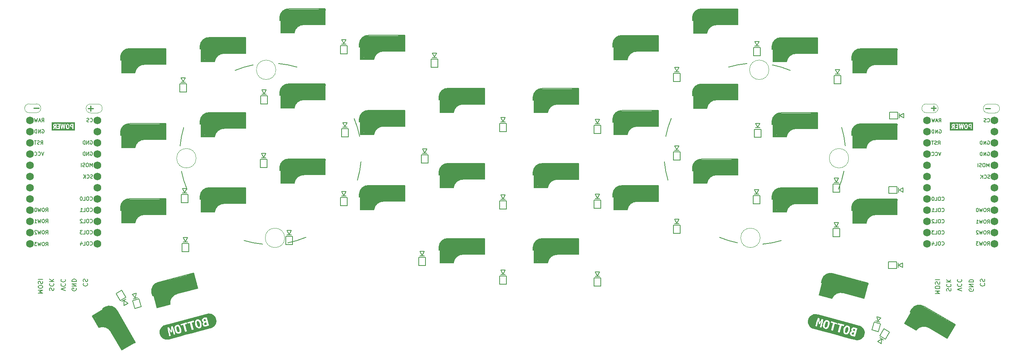
<source format=gbr>
%TF.GenerationSoftware,KiCad,Pcbnew,(6.0.11)*%
%TF.CreationDate,2023-02-07T21:41:21-05:00*%
%TF.ProjectId,main,6d61696e-2e6b-4696-9361-645f70636258,rev?*%
%TF.SameCoordinates,Original*%
%TF.FileFunction,Legend,Bot*%
%TF.FilePolarity,Positive*%
%FSLAX46Y46*%
G04 Gerber Fmt 4.6, Leading zero omitted, Abs format (unit mm)*
G04 Created by KiCad (PCBNEW (6.0.11)) date 2023-02-07 21:41:21*
%MOMM*%
%LPD*%
G01*
G04 APERTURE LIST*
%ADD10C,0.150000*%
%ADD11C,0.280000*%
%ADD12C,0.400000*%
%ADD13C,0.500000*%
%ADD14C,1.000000*%
%ADD15C,3.500000*%
%ADD16C,3.000000*%
%ADD17C,0.800000*%
%ADD18C,0.300000*%
%ADD19C,0.120000*%
%ADD20C,0.200000*%
%ADD21C,1.752600*%
G04 APERTURE END LIST*
D10*
X253192219Y-117373769D02*
X252192219Y-117040436D01*
X253192219Y-116707103D01*
X252287457Y-115802341D02*
X252239838Y-115849960D01*
X252192219Y-115992817D01*
X252192219Y-116088055D01*
X252239838Y-116230912D01*
X252335076Y-116326150D01*
X252430314Y-116373769D01*
X252620790Y-116421388D01*
X252763647Y-116421388D01*
X252954123Y-116373769D01*
X253049361Y-116326150D01*
X253144600Y-116230912D01*
X253192219Y-116088055D01*
X253192219Y-115992817D01*
X253144600Y-115849960D01*
X253096980Y-115802341D01*
X252287457Y-114802341D02*
X252239838Y-114849960D01*
X252192219Y-114992817D01*
X252192219Y-115088055D01*
X252239838Y-115230912D01*
X252335076Y-115326150D01*
X252430314Y-115373769D01*
X252620790Y-115421388D01*
X252763647Y-115421388D01*
X252954123Y-115373769D01*
X253049361Y-115326150D01*
X253144600Y-115230912D01*
X253192219Y-115088055D01*
X253192219Y-114992817D01*
X253144600Y-114849960D01*
X253096980Y-114802341D01*
X258986049Y-107047580D02*
X259252716Y-106666628D01*
X259443192Y-107047580D02*
X259443192Y-106247580D01*
X259138430Y-106247580D01*
X259062240Y-106285676D01*
X259024145Y-106323771D01*
X258986049Y-106399961D01*
X258986049Y-106514247D01*
X259024145Y-106590437D01*
X259062240Y-106628533D01*
X259138430Y-106666628D01*
X259443192Y-106666628D01*
X258490811Y-106247580D02*
X258338430Y-106247580D01*
X258262240Y-106285676D01*
X258186049Y-106361866D01*
X258147954Y-106514247D01*
X258147954Y-106780914D01*
X258186049Y-106933295D01*
X258262240Y-107009485D01*
X258338430Y-107047580D01*
X258490811Y-107047580D01*
X258567002Y-107009485D01*
X258643192Y-106933295D01*
X258681287Y-106780914D01*
X258681287Y-106514247D01*
X258643192Y-106361866D01*
X258567002Y-106285676D01*
X258490811Y-106247580D01*
X257881287Y-106247580D02*
X257690811Y-107047580D01*
X257538430Y-106476152D01*
X257386049Y-107047580D01*
X257195573Y-106247580D01*
X256967002Y-106247580D02*
X256471764Y-106247580D01*
X256738430Y-106552342D01*
X256624145Y-106552342D01*
X256547954Y-106590437D01*
X256509859Y-106628533D01*
X256471764Y-106704723D01*
X256471764Y-106895199D01*
X256509859Y-106971390D01*
X256547954Y-107009485D01*
X256624145Y-107047580D01*
X256852716Y-107047580D01*
X256928906Y-107009485D01*
X256967002Y-106971390D01*
X44420219Y-117915252D02*
X45420219Y-117915252D01*
X44705933Y-117581919D01*
X45420219Y-117248585D01*
X44420219Y-117248585D01*
X45420219Y-116581919D02*
X45420219Y-116391442D01*
X45372600Y-116296204D01*
X45277361Y-116200966D01*
X45086885Y-116153347D01*
X44753552Y-116153347D01*
X44563076Y-116200966D01*
X44467838Y-116296204D01*
X44420219Y-116391442D01*
X44420219Y-116581919D01*
X44467838Y-116677157D01*
X44563076Y-116772395D01*
X44753552Y-116820014D01*
X45086885Y-116820014D01*
X45277361Y-116772395D01*
X45372600Y-116677157D01*
X45420219Y-116581919D01*
X44467838Y-115772395D02*
X44420219Y-115629538D01*
X44420219Y-115391442D01*
X44467838Y-115296204D01*
X44515457Y-115248585D01*
X44610695Y-115200966D01*
X44705933Y-115200966D01*
X44801171Y-115248585D01*
X44848790Y-115296204D01*
X44896409Y-115391442D01*
X44944028Y-115581919D01*
X44991647Y-115677157D01*
X45039266Y-115724776D01*
X45134504Y-115772395D01*
X45229742Y-115772395D01*
X45324980Y-115724776D01*
X45372600Y-115677157D01*
X45420219Y-115581919D01*
X45420219Y-115343823D01*
X45372600Y-115200966D01*
X44420219Y-114772395D02*
X45420219Y-114772395D01*
X50570715Y-117330954D02*
X49570715Y-116997621D01*
X50570715Y-116664288D01*
X49665953Y-115759526D02*
X49618334Y-115807145D01*
X49570715Y-115950002D01*
X49570715Y-116045240D01*
X49618334Y-116188097D01*
X49713572Y-116283335D01*
X49808810Y-116330954D01*
X49999286Y-116378573D01*
X50142143Y-116378573D01*
X50332619Y-116330954D01*
X50427857Y-116283335D01*
X50523096Y-116188097D01*
X50570715Y-116045240D01*
X50570715Y-115950002D01*
X50523096Y-115807145D01*
X50475476Y-115759526D01*
X49665953Y-114759526D02*
X49618334Y-114807145D01*
X49570715Y-114950002D01*
X49570715Y-115045240D01*
X49618334Y-115188097D01*
X49713572Y-115283335D01*
X49808810Y-115330954D01*
X49999286Y-115378573D01*
X50142143Y-115378573D01*
X50332619Y-115330954D01*
X50427857Y-115283335D01*
X50523096Y-115188097D01*
X50570715Y-115045240D01*
X50570715Y-114950002D01*
X50523096Y-114807145D01*
X50475476Y-114759526D01*
X248694790Y-106975514D02*
X248732885Y-107013609D01*
X248847171Y-107051704D01*
X248923361Y-107051704D01*
X249037647Y-107013609D01*
X249113838Y-106937419D01*
X249151933Y-106861228D01*
X249190028Y-106708847D01*
X249190028Y-106594561D01*
X249151933Y-106442180D01*
X249113838Y-106365990D01*
X249037647Y-106289800D01*
X248923361Y-106251704D01*
X248847171Y-106251704D01*
X248732885Y-106289800D01*
X248694790Y-106327895D01*
X248199552Y-106251704D02*
X248047171Y-106251704D01*
X247970980Y-106289800D01*
X247894790Y-106365990D01*
X247856695Y-106518371D01*
X247856695Y-106785038D01*
X247894790Y-106937419D01*
X247970980Y-107013609D01*
X248047171Y-107051704D01*
X248199552Y-107051704D01*
X248275742Y-107013609D01*
X248351933Y-106937419D01*
X248390028Y-106785038D01*
X248390028Y-106518371D01*
X248351933Y-106365990D01*
X248275742Y-106289800D01*
X248199552Y-106251704D01*
X247132885Y-107051704D02*
X247513838Y-107051704D01*
X247513838Y-106251704D01*
X246523361Y-106518371D02*
X246523361Y-107051704D01*
X246713838Y-106213609D02*
X246904314Y-106785038D01*
X246409076Y-106785038D01*
X56162790Y-101895514D02*
X56200885Y-101933609D01*
X56315171Y-101971704D01*
X56391361Y-101971704D01*
X56505647Y-101933609D01*
X56581838Y-101857419D01*
X56619933Y-101781228D01*
X56658028Y-101628847D01*
X56658028Y-101514561D01*
X56619933Y-101362180D01*
X56581838Y-101285990D01*
X56505647Y-101209800D01*
X56391361Y-101171704D01*
X56315171Y-101171704D01*
X56200885Y-101209800D01*
X56162790Y-101247895D01*
X55667552Y-101171704D02*
X55515171Y-101171704D01*
X55438980Y-101209800D01*
X55362790Y-101285990D01*
X55324695Y-101438371D01*
X55324695Y-101705038D01*
X55362790Y-101857419D01*
X55438980Y-101933609D01*
X55515171Y-101971704D01*
X55667552Y-101971704D01*
X55743742Y-101933609D01*
X55819933Y-101857419D01*
X55858028Y-101705038D01*
X55858028Y-101438371D01*
X55819933Y-101285990D01*
X55743742Y-101209800D01*
X55667552Y-101171704D01*
X54600885Y-101971704D02*
X54981838Y-101971704D01*
X54981838Y-101171704D01*
X54372314Y-101247895D02*
X54334219Y-101209800D01*
X54258028Y-101171704D01*
X54067552Y-101171704D01*
X53991361Y-101209800D01*
X53953266Y-101247895D01*
X53915171Y-101324085D01*
X53915171Y-101400276D01*
X53953266Y-101514561D01*
X54410409Y-101971704D01*
X53915171Y-101971704D01*
X54675457Y-115677157D02*
X54627838Y-115724776D01*
X54580219Y-115867633D01*
X54580219Y-115962871D01*
X54627838Y-116105728D01*
X54723076Y-116200966D01*
X54818314Y-116248585D01*
X55008790Y-116296204D01*
X55151647Y-116296204D01*
X55342123Y-116248585D01*
X55437361Y-116200966D01*
X55532600Y-116105728D01*
X55580219Y-115962871D01*
X55580219Y-115867633D01*
X55532600Y-115724776D01*
X55484980Y-115677157D01*
X54627838Y-115296204D02*
X54580219Y-115153347D01*
X54580219Y-114915252D01*
X54627838Y-114820014D01*
X54675457Y-114772395D01*
X54770695Y-114724776D01*
X54865933Y-114724776D01*
X54961171Y-114772395D01*
X55008790Y-114820014D01*
X55056409Y-114915252D01*
X55104028Y-115105728D01*
X55151647Y-115200966D01*
X55199266Y-115248585D01*
X55294504Y-115296204D01*
X55389742Y-115296204D01*
X55484980Y-115248585D01*
X55532600Y-115200966D01*
X55580219Y-115105728D01*
X55580219Y-114867633D01*
X55532600Y-114724776D01*
X255811600Y-116947014D02*
X255859219Y-117042252D01*
X255859219Y-117185109D01*
X255811600Y-117327966D01*
X255716361Y-117423204D01*
X255621123Y-117470823D01*
X255430647Y-117518442D01*
X255287790Y-117518442D01*
X255097314Y-117470823D01*
X255002076Y-117423204D01*
X254906838Y-117327966D01*
X254859219Y-117185109D01*
X254859219Y-117089871D01*
X254906838Y-116947014D01*
X254954457Y-116899395D01*
X255287790Y-116899395D01*
X255287790Y-117089871D01*
X254859219Y-116470823D02*
X255859219Y-116470823D01*
X254859219Y-115899395D01*
X255859219Y-115899395D01*
X254859219Y-115423204D02*
X255859219Y-115423204D01*
X255859219Y-115185109D01*
X255811600Y-115042252D01*
X255716361Y-114947014D01*
X255621123Y-114899395D01*
X255430647Y-114851776D01*
X255287790Y-114851776D01*
X255097314Y-114899395D01*
X255002076Y-114947014D01*
X254906838Y-115042252D01*
X254859219Y-115185109D01*
X254859219Y-115423204D01*
X249826838Y-117423204D02*
X249779219Y-117280347D01*
X249779219Y-117042252D01*
X249826838Y-116947014D01*
X249874457Y-116899395D01*
X249969695Y-116851776D01*
X250064933Y-116851776D01*
X250160171Y-116899395D01*
X250207790Y-116947014D01*
X250255409Y-117042252D01*
X250303028Y-117232728D01*
X250350647Y-117327966D01*
X250398266Y-117375585D01*
X250493504Y-117423204D01*
X250588742Y-117423204D01*
X250683980Y-117375585D01*
X250731600Y-117327966D01*
X250779219Y-117232728D01*
X250779219Y-116994633D01*
X250731600Y-116851776D01*
X249874457Y-115851776D02*
X249826838Y-115899395D01*
X249779219Y-116042252D01*
X249779219Y-116137490D01*
X249826838Y-116280347D01*
X249922076Y-116375585D01*
X250017314Y-116423204D01*
X250207790Y-116470823D01*
X250350647Y-116470823D01*
X250541123Y-116423204D01*
X250636361Y-116375585D01*
X250731600Y-116280347D01*
X250779219Y-116137490D01*
X250779219Y-116042252D01*
X250731600Y-115899395D01*
X250683980Y-115851776D01*
X249779219Y-115423204D02*
X250779219Y-115423204D01*
X249779219Y-114851776D02*
X250350647Y-115280347D01*
X250779219Y-114851776D02*
X250207790Y-115423204D01*
X52992600Y-116820014D02*
X53040219Y-116915252D01*
X53040219Y-117058109D01*
X52992600Y-117200966D01*
X52897361Y-117296204D01*
X52802123Y-117343823D01*
X52611647Y-117391442D01*
X52468790Y-117391442D01*
X52278314Y-117343823D01*
X52183076Y-117296204D01*
X52087838Y-117200966D01*
X52040219Y-117058109D01*
X52040219Y-116962871D01*
X52087838Y-116820014D01*
X52135457Y-116772395D01*
X52468790Y-116772395D01*
X52468790Y-116962871D01*
X52040219Y-116343823D02*
X53040219Y-116343823D01*
X52040219Y-115772395D01*
X53040219Y-115772395D01*
X52040219Y-115296204D02*
X53040219Y-115296204D01*
X53040219Y-115058109D01*
X52992600Y-114915252D01*
X52897361Y-114820014D01*
X52802123Y-114772395D01*
X52611647Y-114724776D01*
X52468790Y-114724776D01*
X52278314Y-114772395D01*
X52183076Y-114820014D01*
X52087838Y-114915252D01*
X52040219Y-115058109D01*
X52040219Y-115296204D01*
X247239219Y-118042252D02*
X248239219Y-118042252D01*
X247524933Y-117708919D01*
X248239219Y-117375585D01*
X247239219Y-117375585D01*
X248239219Y-116708919D02*
X248239219Y-116518442D01*
X248191600Y-116423204D01*
X248096361Y-116327966D01*
X247905885Y-116280347D01*
X247572552Y-116280347D01*
X247382076Y-116327966D01*
X247286838Y-116423204D01*
X247239219Y-116518442D01*
X247239219Y-116708919D01*
X247286838Y-116804157D01*
X247382076Y-116899395D01*
X247572552Y-116947014D01*
X247905885Y-116947014D01*
X248096361Y-116899395D01*
X248191600Y-116804157D01*
X248239219Y-116708919D01*
X247286838Y-115899395D02*
X247239219Y-115756538D01*
X247239219Y-115518442D01*
X247286838Y-115423204D01*
X247334457Y-115375585D01*
X247429695Y-115327966D01*
X247524933Y-115327966D01*
X247620171Y-115375585D01*
X247667790Y-115423204D01*
X247715409Y-115518442D01*
X247763028Y-115708919D01*
X247810647Y-115804157D01*
X247858266Y-115851776D01*
X247953504Y-115899395D01*
X248048742Y-115899395D01*
X248143980Y-115851776D01*
X248191600Y-115804157D01*
X248239219Y-115708919D01*
X248239219Y-115470823D01*
X248191600Y-115327966D01*
X247239219Y-114899395D02*
X248239219Y-114899395D01*
X257494457Y-115677157D02*
X257446838Y-115724776D01*
X257399219Y-115867633D01*
X257399219Y-115962871D01*
X257446838Y-116105728D01*
X257542076Y-116200966D01*
X257637314Y-116248585D01*
X257827790Y-116296204D01*
X257970647Y-116296204D01*
X258161123Y-116248585D01*
X258256361Y-116200966D01*
X258351600Y-116105728D01*
X258399219Y-115962871D01*
X258399219Y-115867633D01*
X258351600Y-115724776D01*
X258303980Y-115677157D01*
X257446838Y-115296204D02*
X257399219Y-115153347D01*
X257399219Y-114915252D01*
X257446838Y-114820014D01*
X257494457Y-114772395D01*
X257589695Y-114724776D01*
X257684933Y-114724776D01*
X257780171Y-114772395D01*
X257827790Y-114820014D01*
X257875409Y-114915252D01*
X257923028Y-115105728D01*
X257970647Y-115200966D01*
X258018266Y-115248585D01*
X258113504Y-115296204D01*
X258208742Y-115296204D01*
X258303980Y-115248585D01*
X258351600Y-115200966D01*
X258399219Y-115105728D01*
X258399219Y-114867633D01*
X258351600Y-114724776D01*
X47007838Y-117296204D02*
X46960219Y-117153347D01*
X46960219Y-116915252D01*
X47007838Y-116820014D01*
X47055457Y-116772395D01*
X47150695Y-116724776D01*
X47245933Y-116724776D01*
X47341171Y-116772395D01*
X47388790Y-116820014D01*
X47436409Y-116915252D01*
X47484028Y-117105728D01*
X47531647Y-117200966D01*
X47579266Y-117248585D01*
X47674504Y-117296204D01*
X47769742Y-117296204D01*
X47864980Y-117248585D01*
X47912600Y-117200966D01*
X47960219Y-117105728D01*
X47960219Y-116867633D01*
X47912600Y-116724776D01*
X47055457Y-115724776D02*
X47007838Y-115772395D01*
X46960219Y-115915252D01*
X46960219Y-116010490D01*
X47007838Y-116153347D01*
X47103076Y-116248585D01*
X47198314Y-116296204D01*
X47388790Y-116343823D01*
X47531647Y-116343823D01*
X47722123Y-116296204D01*
X47817361Y-116248585D01*
X47912600Y-116153347D01*
X47960219Y-116010490D01*
X47960219Y-115915252D01*
X47912600Y-115772395D01*
X47864980Y-115724776D01*
X46960219Y-115296204D02*
X47960219Y-115296204D01*
X46960219Y-114724776D02*
X47531647Y-115153347D01*
X47960219Y-114724776D02*
X47388790Y-115296204D01*
X258988123Y-102098704D02*
X259254790Y-101717752D01*
X259445266Y-102098704D02*
X259445266Y-101298704D01*
X259140504Y-101298704D01*
X259064314Y-101336800D01*
X259026219Y-101374895D01*
X258988123Y-101451085D01*
X258988123Y-101565371D01*
X259026219Y-101641561D01*
X259064314Y-101679657D01*
X259140504Y-101717752D01*
X259445266Y-101717752D01*
X258492885Y-101298704D02*
X258340504Y-101298704D01*
X258264314Y-101336800D01*
X258188123Y-101412990D01*
X258150028Y-101565371D01*
X258150028Y-101832038D01*
X258188123Y-101984419D01*
X258264314Y-102060609D01*
X258340504Y-102098704D01*
X258492885Y-102098704D01*
X258569076Y-102060609D01*
X258645266Y-101984419D01*
X258683361Y-101832038D01*
X258683361Y-101565371D01*
X258645266Y-101412990D01*
X258569076Y-101336800D01*
X258492885Y-101298704D01*
X257883361Y-101298704D02*
X257692885Y-102098704D01*
X257540504Y-101527276D01*
X257388123Y-102098704D01*
X257197647Y-101298704D01*
X256473838Y-102098704D02*
X256930980Y-102098704D01*
X256702409Y-102098704D02*
X256702409Y-101298704D01*
X256778600Y-101412990D01*
X256854790Y-101489180D01*
X256930980Y-101527276D01*
X46136123Y-107178704D02*
X46402790Y-106797752D01*
X46593266Y-107178704D02*
X46593266Y-106378704D01*
X46288504Y-106378704D01*
X46212314Y-106416800D01*
X46174219Y-106454895D01*
X46136123Y-106531085D01*
X46136123Y-106645371D01*
X46174219Y-106721561D01*
X46212314Y-106759657D01*
X46288504Y-106797752D01*
X46593266Y-106797752D01*
X45640885Y-106378704D02*
X45488504Y-106378704D01*
X45412314Y-106416800D01*
X45336123Y-106492990D01*
X45298028Y-106645371D01*
X45298028Y-106912038D01*
X45336123Y-107064419D01*
X45412314Y-107140609D01*
X45488504Y-107178704D01*
X45640885Y-107178704D01*
X45717076Y-107140609D01*
X45793266Y-107064419D01*
X45831361Y-106912038D01*
X45831361Y-106645371D01*
X45793266Y-106492990D01*
X45717076Y-106416800D01*
X45640885Y-106378704D01*
X45031361Y-106378704D02*
X44840885Y-107178704D01*
X44688504Y-106607276D01*
X44536123Y-107178704D01*
X44345647Y-106378704D01*
X44117076Y-106378704D02*
X43621838Y-106378704D01*
X43888504Y-106683466D01*
X43774219Y-106683466D01*
X43698028Y-106721561D01*
X43659933Y-106759657D01*
X43621838Y-106835847D01*
X43621838Y-107026323D01*
X43659933Y-107102514D01*
X43698028Y-107140609D01*
X43774219Y-107178704D01*
X44002790Y-107178704D01*
X44078980Y-107140609D01*
X44117076Y-107102514D01*
X56162790Y-106975514D02*
X56200885Y-107013609D01*
X56315171Y-107051704D01*
X56391361Y-107051704D01*
X56505647Y-107013609D01*
X56581838Y-106937419D01*
X56619933Y-106861228D01*
X56658028Y-106708847D01*
X56658028Y-106594561D01*
X56619933Y-106442180D01*
X56581838Y-106365990D01*
X56505647Y-106289800D01*
X56391361Y-106251704D01*
X56315171Y-106251704D01*
X56200885Y-106289800D01*
X56162790Y-106327895D01*
X55667552Y-106251704D02*
X55515171Y-106251704D01*
X55438980Y-106289800D01*
X55362790Y-106365990D01*
X55324695Y-106518371D01*
X55324695Y-106785038D01*
X55362790Y-106937419D01*
X55438980Y-107013609D01*
X55515171Y-107051704D01*
X55667552Y-107051704D01*
X55743742Y-107013609D01*
X55819933Y-106937419D01*
X55858028Y-106785038D01*
X55858028Y-106518371D01*
X55819933Y-106365990D01*
X55743742Y-106289800D01*
X55667552Y-106251704D01*
X54600885Y-107051704D02*
X54981838Y-107051704D01*
X54981838Y-106251704D01*
X53991361Y-106518371D02*
X53991361Y-107051704D01*
X54181838Y-106213609D02*
X54372314Y-106785038D01*
X53877076Y-106785038D01*
D11*
%TO.C,BatGND1*%
X44577281Y-76034396D02*
X43434424Y-76034396D01*
%TO.C,Bat+0*%
X247396281Y-76034396D02*
X246253424Y-76034396D01*
X246824853Y-76605825D02*
X246824853Y-75462968D01*
%TO.C,Bat+1*%
X55683518Y-76105803D02*
X56826375Y-76105803D01*
X56254947Y-75534374D02*
X56254947Y-76677231D01*
%TO.C,BatGND0*%
X258527918Y-76131203D02*
X259670775Y-76131203D01*
D10*
%TO.C,U2*%
X46136101Y-99447104D02*
X46402768Y-99066152D01*
X46593244Y-99447104D02*
X46593244Y-98647104D01*
X46288482Y-98647104D01*
X46212292Y-98685200D01*
X46174197Y-98723295D01*
X46136101Y-98799485D01*
X46136101Y-98913771D01*
X46174197Y-98989961D01*
X46212292Y-99028057D01*
X46288482Y-99066152D01*
X46593244Y-99066152D01*
X45640863Y-98647104D02*
X45488482Y-98647104D01*
X45412292Y-98685200D01*
X45336101Y-98761390D01*
X45298006Y-98913771D01*
X45298006Y-99180438D01*
X45336101Y-99332819D01*
X45412292Y-99409009D01*
X45488482Y-99447104D01*
X45640863Y-99447104D01*
X45717054Y-99409009D01*
X45793244Y-99332819D01*
X45831339Y-99180438D01*
X45831339Y-98913771D01*
X45793244Y-98761390D01*
X45717054Y-98685200D01*
X45640863Y-98647104D01*
X45031339Y-98647104D02*
X44840863Y-99447104D01*
X44688482Y-98875676D01*
X44536101Y-99447104D01*
X44345625Y-98647104D01*
X43888482Y-98647104D02*
X43812292Y-98647104D01*
X43736101Y-98685200D01*
X43698006Y-98723295D01*
X43659911Y-98799485D01*
X43621816Y-98951866D01*
X43621816Y-99142342D01*
X43659911Y-99294723D01*
X43698006Y-99370914D01*
X43736101Y-99409009D01*
X43812292Y-99447104D01*
X43888482Y-99447104D01*
X43964673Y-99409009D01*
X44002768Y-99370914D01*
X44040863Y-99294723D01*
X44078958Y-99142342D01*
X44078958Y-98951866D01*
X44040863Y-98799485D01*
X44002768Y-98723295D01*
X43964673Y-98685200D01*
X43888482Y-98647104D01*
X56162768Y-99355528D02*
X56200863Y-99393623D01*
X56315149Y-99431718D01*
X56391339Y-99431718D01*
X56505625Y-99393623D01*
X56581816Y-99317433D01*
X56619911Y-99241242D01*
X56658006Y-99088861D01*
X56658006Y-98974575D01*
X56619911Y-98822194D01*
X56581816Y-98746004D01*
X56505625Y-98669814D01*
X56391339Y-98631718D01*
X56315149Y-98631718D01*
X56200863Y-98669814D01*
X56162768Y-98707909D01*
X55667530Y-98631718D02*
X55515149Y-98631718D01*
X55438958Y-98669814D01*
X55362768Y-98746004D01*
X55324673Y-98898385D01*
X55324673Y-99165052D01*
X55362768Y-99317433D01*
X55438958Y-99393623D01*
X55515149Y-99431718D01*
X55667530Y-99431718D01*
X55743720Y-99393623D01*
X55819911Y-99317433D01*
X55858006Y-99165052D01*
X55858006Y-98898385D01*
X55819911Y-98746004D01*
X55743720Y-98669814D01*
X55667530Y-98631718D01*
X54600863Y-99431718D02*
X54981816Y-99431718D01*
X54981816Y-98631718D01*
X53915149Y-99431718D02*
X54372292Y-99431718D01*
X54143720Y-99431718D02*
X54143720Y-98631718D01*
X54219911Y-98746004D01*
X54296101Y-98822194D01*
X54372292Y-98860290D01*
X44996895Y-84207104D02*
X45263561Y-83826152D01*
X45454038Y-84207104D02*
X45454038Y-83407104D01*
X45149276Y-83407104D01*
X45073085Y-83445200D01*
X45034990Y-83483295D01*
X44996895Y-83559485D01*
X44996895Y-83673771D01*
X45034990Y-83749961D01*
X45073085Y-83788057D01*
X45149276Y-83826152D01*
X45454038Y-83826152D01*
X44692133Y-84169009D02*
X44577847Y-84207104D01*
X44387371Y-84207104D01*
X44311180Y-84169009D01*
X44273085Y-84130914D01*
X44234990Y-84054723D01*
X44234990Y-83978533D01*
X44273085Y-83902342D01*
X44311180Y-83864247D01*
X44387371Y-83826152D01*
X44539752Y-83788057D01*
X44615942Y-83749961D01*
X44654038Y-83711866D01*
X44692133Y-83635676D01*
X44692133Y-83559485D01*
X44654038Y-83483295D01*
X44615942Y-83445200D01*
X44539752Y-83407104D01*
X44349276Y-83407104D01*
X44234990Y-83445200D01*
X44006419Y-83407104D02*
X43549276Y-83407104D01*
X43777847Y-84207104D02*
X43777847Y-83407104D01*
X56162768Y-96830914D02*
X56200863Y-96869009D01*
X56315149Y-96907104D01*
X56391339Y-96907104D01*
X56505625Y-96869009D01*
X56581816Y-96792819D01*
X56619911Y-96716628D01*
X56658006Y-96564247D01*
X56658006Y-96449961D01*
X56619911Y-96297580D01*
X56581816Y-96221390D01*
X56505625Y-96145200D01*
X56391339Y-96107104D01*
X56315149Y-96107104D01*
X56200863Y-96145200D01*
X56162768Y-96183295D01*
X55667530Y-96107104D02*
X55515149Y-96107104D01*
X55438958Y-96145200D01*
X55362768Y-96221390D01*
X55324673Y-96373771D01*
X55324673Y-96640438D01*
X55362768Y-96792819D01*
X55438958Y-96869009D01*
X55515149Y-96907104D01*
X55667530Y-96907104D01*
X55743720Y-96869009D01*
X55819911Y-96792819D01*
X55858006Y-96640438D01*
X55858006Y-96373771D01*
X55819911Y-96221390D01*
X55743720Y-96145200D01*
X55667530Y-96107104D01*
X54600863Y-96907104D02*
X54981816Y-96907104D01*
X54981816Y-96107104D01*
X54181816Y-96107104D02*
X54105625Y-96107104D01*
X54029435Y-96145200D01*
X53991339Y-96183295D01*
X53953244Y-96259485D01*
X53915149Y-96411866D01*
X53915149Y-96602342D01*
X53953244Y-96754723D01*
X53991339Y-96830914D01*
X54029435Y-96869009D01*
X54105625Y-96907104D01*
X54181816Y-96907104D01*
X54258006Y-96869009D01*
X54296101Y-96830914D01*
X54334197Y-96754723D01*
X54372292Y-96602342D01*
X54372292Y-96411866D01*
X54334197Y-96259485D01*
X54296101Y-96183295D01*
X54258006Y-96145200D01*
X54181816Y-96107104D01*
X45676275Y-85947104D02*
X45409609Y-86747104D01*
X45142942Y-85947104D01*
X44419132Y-86670914D02*
X44457228Y-86709009D01*
X44571513Y-86747104D01*
X44647704Y-86747104D01*
X44761989Y-86709009D01*
X44838180Y-86632819D01*
X44876275Y-86556628D01*
X44914370Y-86404247D01*
X44914370Y-86289961D01*
X44876275Y-86137580D01*
X44838180Y-86061390D01*
X44761989Y-85985200D01*
X44647704Y-85947104D01*
X44571513Y-85947104D01*
X44457228Y-85985200D01*
X44419132Y-86023295D01*
X43619132Y-86670914D02*
X43657228Y-86709009D01*
X43771513Y-86747104D01*
X43847704Y-86747104D01*
X43961989Y-86709009D01*
X44038180Y-86632819D01*
X44076275Y-86556628D01*
X44114370Y-86404247D01*
X44114370Y-86289961D01*
X44076275Y-86137580D01*
X44038180Y-86061390D01*
X43961989Y-85985200D01*
X43847704Y-85947104D01*
X43771513Y-85947104D01*
X43657228Y-85985200D01*
X43619132Y-86023295D01*
X56181911Y-79050914D02*
X56220006Y-79089009D01*
X56334292Y-79127104D01*
X56410482Y-79127104D01*
X56524768Y-79089009D01*
X56600958Y-79012819D01*
X56639054Y-78936628D01*
X56677149Y-78784247D01*
X56677149Y-78669961D01*
X56639054Y-78517580D01*
X56600958Y-78441390D01*
X56524768Y-78365200D01*
X56410482Y-78327104D01*
X56334292Y-78327104D01*
X56220006Y-78365200D01*
X56181911Y-78403295D01*
X55877149Y-79089009D02*
X55762863Y-79127104D01*
X55572387Y-79127104D01*
X55496197Y-79089009D01*
X55458101Y-79050914D01*
X55420006Y-78974723D01*
X55420006Y-78898533D01*
X55458101Y-78822342D01*
X55496197Y-78784247D01*
X55572387Y-78746152D01*
X55724768Y-78708057D01*
X55800958Y-78669961D01*
X55839054Y-78631866D01*
X55877149Y-78555676D01*
X55877149Y-78479485D01*
X55839054Y-78403295D01*
X55800958Y-78365200D01*
X55724768Y-78327104D01*
X55534292Y-78327104D01*
X55420006Y-78365200D01*
X45301656Y-80905200D02*
X45377847Y-80867104D01*
X45492133Y-80867104D01*
X45606418Y-80905200D01*
X45682609Y-80981390D01*
X45720704Y-81057580D01*
X45758799Y-81209961D01*
X45758799Y-81324247D01*
X45720704Y-81476628D01*
X45682609Y-81552819D01*
X45606418Y-81629009D01*
X45492133Y-81667104D01*
X45415942Y-81667104D01*
X45301656Y-81629009D01*
X45263561Y-81590914D01*
X45263561Y-81324247D01*
X45415942Y-81324247D01*
X44920704Y-81667104D02*
X44920704Y-80867104D01*
X44463561Y-81667104D01*
X44463561Y-80867104D01*
X44082609Y-81667104D02*
X44082609Y-80867104D01*
X43892133Y-80867104D01*
X43777847Y-80905200D01*
X43701656Y-80981390D01*
X43663561Y-81057580D01*
X43625466Y-81209961D01*
X43625466Y-81324247D01*
X43663561Y-81476628D01*
X43701656Y-81552819D01*
X43777847Y-81629009D01*
X43892133Y-81667104D01*
X44082609Y-81667104D01*
X56670720Y-89297104D02*
X56670720Y-88497104D01*
X56404054Y-89068533D01*
X56137387Y-88497104D01*
X56137387Y-89297104D01*
X55604054Y-88497104D02*
X55451673Y-88497104D01*
X55375482Y-88535200D01*
X55299292Y-88611390D01*
X55261197Y-88763771D01*
X55261197Y-89030438D01*
X55299292Y-89182819D01*
X55375482Y-89259009D01*
X55451673Y-89297104D01*
X55604054Y-89297104D01*
X55680244Y-89259009D01*
X55756435Y-89182819D01*
X55794530Y-89030438D01*
X55794530Y-88763771D01*
X55756435Y-88611390D01*
X55680244Y-88535200D01*
X55604054Y-88497104D01*
X54956435Y-89259009D02*
X54842149Y-89297104D01*
X54651673Y-89297104D01*
X54575482Y-89259009D01*
X54537387Y-89220914D01*
X54499292Y-89144723D01*
X54499292Y-89068533D01*
X54537387Y-88992342D01*
X54575482Y-88954247D01*
X54651673Y-88916152D01*
X54804054Y-88878057D01*
X54880244Y-88839961D01*
X54918339Y-88801866D01*
X54956435Y-88725676D01*
X54956435Y-88649485D01*
X54918339Y-88573295D01*
X54880244Y-88535200D01*
X54804054Y-88497104D01*
X54613578Y-88497104D01*
X54499292Y-88535200D01*
X54156435Y-89297104D02*
X54156435Y-88497104D01*
X56217323Y-85985200D02*
X56293514Y-85947104D01*
X56407800Y-85947104D01*
X56522085Y-85985200D01*
X56598276Y-86061390D01*
X56636371Y-86137580D01*
X56674466Y-86289961D01*
X56674466Y-86404247D01*
X56636371Y-86556628D01*
X56598276Y-86632819D01*
X56522085Y-86709009D01*
X56407800Y-86747104D01*
X56331609Y-86747104D01*
X56217323Y-86709009D01*
X56179228Y-86670914D01*
X56179228Y-86404247D01*
X56331609Y-86404247D01*
X55836371Y-86747104D02*
X55836371Y-85947104D01*
X55379228Y-86747104D01*
X55379228Y-85947104D01*
X54998276Y-86747104D02*
X54998276Y-85947104D01*
X54807800Y-85947104D01*
X54693514Y-85985200D01*
X54617323Y-86061390D01*
X54579228Y-86137580D01*
X54541133Y-86289961D01*
X54541133Y-86404247D01*
X54579228Y-86556628D01*
X54617323Y-86632819D01*
X54693514Y-86709009D01*
X54807800Y-86747104D01*
X54998276Y-86747104D01*
X56162768Y-104450914D02*
X56200863Y-104489009D01*
X56315149Y-104527104D01*
X56391339Y-104527104D01*
X56505625Y-104489009D01*
X56581816Y-104412819D01*
X56619911Y-104336628D01*
X56658006Y-104184247D01*
X56658006Y-104069961D01*
X56619911Y-103917580D01*
X56581816Y-103841390D01*
X56505625Y-103765200D01*
X56391339Y-103727104D01*
X56315149Y-103727104D01*
X56200863Y-103765200D01*
X56162768Y-103803295D01*
X55667530Y-103727104D02*
X55515149Y-103727104D01*
X55438958Y-103765200D01*
X55362768Y-103841390D01*
X55324673Y-103993771D01*
X55324673Y-104260438D01*
X55362768Y-104412819D01*
X55438958Y-104489009D01*
X55515149Y-104527104D01*
X55667530Y-104527104D01*
X55743720Y-104489009D01*
X55819911Y-104412819D01*
X55858006Y-104260438D01*
X55858006Y-103993771D01*
X55819911Y-103841390D01*
X55743720Y-103765200D01*
X55667530Y-103727104D01*
X54600863Y-104527104D02*
X54981816Y-104527104D01*
X54981816Y-103727104D01*
X54410387Y-103727104D02*
X53915149Y-103727104D01*
X54181816Y-104031866D01*
X54067530Y-104031866D01*
X53991339Y-104069961D01*
X53953244Y-104108057D01*
X53915149Y-104184247D01*
X53915149Y-104374723D01*
X53953244Y-104450914D01*
X53991339Y-104489009D01*
X54067530Y-104527104D01*
X54296101Y-104527104D01*
X54372292Y-104489009D01*
X54410387Y-104450914D01*
X46136101Y-104527104D02*
X46402768Y-104146152D01*
X46593244Y-104527104D02*
X46593244Y-103727104D01*
X46288482Y-103727104D01*
X46212292Y-103765200D01*
X46174197Y-103803295D01*
X46136101Y-103879485D01*
X46136101Y-103993771D01*
X46174197Y-104069961D01*
X46212292Y-104108057D01*
X46288482Y-104146152D01*
X46593244Y-104146152D01*
X45640863Y-103727104D02*
X45488482Y-103727104D01*
X45412292Y-103765200D01*
X45336101Y-103841390D01*
X45298006Y-103993771D01*
X45298006Y-104260438D01*
X45336101Y-104412819D01*
X45412292Y-104489009D01*
X45488482Y-104527104D01*
X45640863Y-104527104D01*
X45717054Y-104489009D01*
X45793244Y-104412819D01*
X45831339Y-104260438D01*
X45831339Y-103993771D01*
X45793244Y-103841390D01*
X45717054Y-103765200D01*
X45640863Y-103727104D01*
X45031339Y-103727104D02*
X44840863Y-104527104D01*
X44688482Y-103955676D01*
X44536101Y-104527104D01*
X44345625Y-103727104D01*
X44078958Y-103803295D02*
X44040863Y-103765200D01*
X43964673Y-103727104D01*
X43774197Y-103727104D01*
X43698006Y-103765200D01*
X43659911Y-103803295D01*
X43621816Y-103879485D01*
X43621816Y-103955676D01*
X43659911Y-104069961D01*
X44117054Y-104527104D01*
X43621816Y-104527104D01*
X46136101Y-101987104D02*
X46402768Y-101606152D01*
X46593244Y-101987104D02*
X46593244Y-101187104D01*
X46288482Y-101187104D01*
X46212292Y-101225200D01*
X46174197Y-101263295D01*
X46136101Y-101339485D01*
X46136101Y-101453771D01*
X46174197Y-101529961D01*
X46212292Y-101568057D01*
X46288482Y-101606152D01*
X46593244Y-101606152D01*
X45640863Y-101187104D02*
X45488482Y-101187104D01*
X45412292Y-101225200D01*
X45336101Y-101301390D01*
X45298006Y-101453771D01*
X45298006Y-101720438D01*
X45336101Y-101872819D01*
X45412292Y-101949009D01*
X45488482Y-101987104D01*
X45640863Y-101987104D01*
X45717054Y-101949009D01*
X45793244Y-101872819D01*
X45831339Y-101720438D01*
X45831339Y-101453771D01*
X45793244Y-101301390D01*
X45717054Y-101225200D01*
X45640863Y-101187104D01*
X45031339Y-101187104D02*
X44840863Y-101987104D01*
X44688482Y-101415676D01*
X44536101Y-101987104D01*
X44345625Y-101187104D01*
X43621816Y-101987104D02*
X44078958Y-101987104D01*
X43850387Y-101987104D02*
X43850387Y-101187104D01*
X43926578Y-101301390D01*
X44002768Y-101377580D01*
X44078958Y-101415676D01*
X56712561Y-91859009D02*
X56598275Y-91897104D01*
X56407799Y-91897104D01*
X56331609Y-91859009D01*
X56293513Y-91820914D01*
X56255418Y-91744723D01*
X56255418Y-91668533D01*
X56293513Y-91592342D01*
X56331609Y-91554247D01*
X56407799Y-91516152D01*
X56560180Y-91478057D01*
X56636370Y-91439961D01*
X56674466Y-91401866D01*
X56712561Y-91325676D01*
X56712561Y-91249485D01*
X56674466Y-91173295D01*
X56636370Y-91135200D01*
X56560180Y-91097104D01*
X56369704Y-91097104D01*
X56255418Y-91135200D01*
X55455418Y-91820914D02*
X55493513Y-91859009D01*
X55607799Y-91897104D01*
X55683990Y-91897104D01*
X55798275Y-91859009D01*
X55874466Y-91782819D01*
X55912561Y-91706628D01*
X55950656Y-91554247D01*
X55950656Y-91439961D01*
X55912561Y-91287580D01*
X55874466Y-91211390D01*
X55798275Y-91135200D01*
X55683990Y-91097104D01*
X55607799Y-91097104D01*
X55493513Y-91135200D01*
X55455418Y-91173295D01*
X55112561Y-91897104D02*
X55112561Y-91097104D01*
X54655418Y-91897104D02*
X54998275Y-91439961D01*
X54655418Y-91097104D02*
X55112561Y-91554247D01*
X56217323Y-83445200D02*
X56293514Y-83407104D01*
X56407800Y-83407104D01*
X56522085Y-83445200D01*
X56598276Y-83521390D01*
X56636371Y-83597580D01*
X56674466Y-83749961D01*
X56674466Y-83864247D01*
X56636371Y-84016628D01*
X56598276Y-84092819D01*
X56522085Y-84169009D01*
X56407800Y-84207104D01*
X56331609Y-84207104D01*
X56217323Y-84169009D01*
X56179228Y-84130914D01*
X56179228Y-83864247D01*
X56331609Y-83864247D01*
X55836371Y-84207104D02*
X55836371Y-83407104D01*
X55379228Y-84207104D01*
X55379228Y-83407104D01*
X54998276Y-84207104D02*
X54998276Y-83407104D01*
X54807800Y-83407104D01*
X54693514Y-83445200D01*
X54617323Y-83521390D01*
X54579228Y-83597580D01*
X54541133Y-83749961D01*
X54541133Y-83864247D01*
X54579228Y-84016628D01*
X54617323Y-84092819D01*
X54693514Y-84169009D01*
X54807800Y-84207104D01*
X54998276Y-84207104D01*
X45225465Y-79127104D02*
X45492132Y-78746152D01*
X45682608Y-79127104D02*
X45682608Y-78327104D01*
X45377846Y-78327104D01*
X45301656Y-78365200D01*
X45263561Y-78403295D01*
X45225465Y-78479485D01*
X45225465Y-78593771D01*
X45263561Y-78669961D01*
X45301656Y-78708057D01*
X45377846Y-78746152D01*
X45682608Y-78746152D01*
X44920704Y-78898533D02*
X44539751Y-78898533D01*
X44996894Y-79127104D02*
X44730227Y-78327104D01*
X44463561Y-79127104D01*
X44273085Y-78327104D02*
X44082608Y-79127104D01*
X43930227Y-78555676D01*
X43777846Y-79127104D01*
X43587370Y-78327104D01*
%TO.C,U1*%
X259000942Y-79082714D02*
X259039037Y-79120809D01*
X259153323Y-79158904D01*
X259229513Y-79158904D01*
X259343799Y-79120809D01*
X259419989Y-79044619D01*
X259458085Y-78968428D01*
X259496180Y-78816047D01*
X259496180Y-78701761D01*
X259458085Y-78549380D01*
X259419989Y-78473190D01*
X259343799Y-78397000D01*
X259229513Y-78358904D01*
X259153323Y-78358904D01*
X259039037Y-78397000D01*
X259000942Y-78435095D01*
X258696180Y-79120809D02*
X258581894Y-79158904D01*
X258391418Y-79158904D01*
X258315228Y-79120809D01*
X258277132Y-79082714D01*
X258239037Y-79006523D01*
X258239037Y-78930333D01*
X258277132Y-78854142D01*
X258315228Y-78816047D01*
X258391418Y-78777952D01*
X258543799Y-78739857D01*
X258619989Y-78701761D01*
X258658085Y-78663666D01*
X258696180Y-78587476D01*
X258696180Y-78511285D01*
X258658085Y-78435095D01*
X258619989Y-78397000D01*
X258543799Y-78358904D01*
X258353323Y-78358904D01*
X258239037Y-78397000D01*
X248694799Y-99402714D02*
X248732894Y-99440809D01*
X248847180Y-99478904D01*
X248923370Y-99478904D01*
X249037656Y-99440809D01*
X249113847Y-99364619D01*
X249151942Y-99288428D01*
X249190037Y-99136047D01*
X249190037Y-99021761D01*
X249151942Y-98869380D01*
X249113847Y-98793190D01*
X249037656Y-98717000D01*
X248923370Y-98678904D01*
X248847180Y-98678904D01*
X248732894Y-98717000D01*
X248694799Y-98755095D01*
X248199561Y-98678904D02*
X248047180Y-98678904D01*
X247970989Y-98717000D01*
X247894799Y-98793190D01*
X247856704Y-98945571D01*
X247856704Y-99212238D01*
X247894799Y-99364619D01*
X247970989Y-99440809D01*
X248047180Y-99478904D01*
X248199561Y-99478904D01*
X248275751Y-99440809D01*
X248351942Y-99364619D01*
X248390037Y-99212238D01*
X248390037Y-98945571D01*
X248351942Y-98793190D01*
X248275751Y-98717000D01*
X248199561Y-98678904D01*
X247132894Y-99478904D02*
X247513847Y-99478904D01*
X247513847Y-98678904D01*
X246447180Y-99478904D02*
X246904323Y-99478904D01*
X246675751Y-99478904D02*
X246675751Y-98678904D01*
X246751942Y-98793190D01*
X246828132Y-98869380D01*
X246904323Y-98907476D01*
X258988132Y-104558904D02*
X259254799Y-104177952D01*
X259445275Y-104558904D02*
X259445275Y-103758904D01*
X259140513Y-103758904D01*
X259064323Y-103797000D01*
X259026228Y-103835095D01*
X258988132Y-103911285D01*
X258988132Y-104025571D01*
X259026228Y-104101761D01*
X259064323Y-104139857D01*
X259140513Y-104177952D01*
X259445275Y-104177952D01*
X258492894Y-103758904D02*
X258340513Y-103758904D01*
X258264323Y-103797000D01*
X258188132Y-103873190D01*
X258150037Y-104025571D01*
X258150037Y-104292238D01*
X258188132Y-104444619D01*
X258264323Y-104520809D01*
X258340513Y-104558904D01*
X258492894Y-104558904D01*
X258569085Y-104520809D01*
X258645275Y-104444619D01*
X258683370Y-104292238D01*
X258683370Y-104025571D01*
X258645275Y-103873190D01*
X258569085Y-103797000D01*
X258492894Y-103758904D01*
X257883370Y-103758904D02*
X257692894Y-104558904D01*
X257540513Y-103987476D01*
X257388132Y-104558904D01*
X257197656Y-103758904D01*
X256930989Y-103835095D02*
X256892894Y-103797000D01*
X256816704Y-103758904D01*
X256626228Y-103758904D01*
X256550037Y-103797000D01*
X256511942Y-103835095D01*
X256473847Y-103911285D01*
X256473847Y-103987476D01*
X256511942Y-104101761D01*
X256969085Y-104558904D01*
X256473847Y-104558904D01*
X248694799Y-104482714D02*
X248732894Y-104520809D01*
X248847180Y-104558904D01*
X248923370Y-104558904D01*
X249037656Y-104520809D01*
X249113847Y-104444619D01*
X249151942Y-104368428D01*
X249190037Y-104216047D01*
X249190037Y-104101761D01*
X249151942Y-103949380D01*
X249113847Y-103873190D01*
X249037656Y-103797000D01*
X248923370Y-103758904D01*
X248847180Y-103758904D01*
X248732894Y-103797000D01*
X248694799Y-103835095D01*
X248199561Y-103758904D02*
X248047180Y-103758904D01*
X247970989Y-103797000D01*
X247894799Y-103873190D01*
X247856704Y-104025571D01*
X247856704Y-104292238D01*
X247894799Y-104444619D01*
X247970989Y-104520809D01*
X248047180Y-104558904D01*
X248199561Y-104558904D01*
X248275751Y-104520809D01*
X248351942Y-104444619D01*
X248390037Y-104292238D01*
X248390037Y-104025571D01*
X248351942Y-103873190D01*
X248275751Y-103797000D01*
X248199561Y-103758904D01*
X247132894Y-104558904D02*
X247513847Y-104558904D01*
X247513847Y-103758904D01*
X246942418Y-103758904D02*
X246447180Y-103758904D01*
X246713847Y-104063666D01*
X246599561Y-104063666D01*
X246523370Y-104101761D01*
X246485275Y-104139857D01*
X246447180Y-104216047D01*
X246447180Y-104406523D01*
X246485275Y-104482714D01*
X246523370Y-104520809D01*
X246599561Y-104558904D01*
X246828132Y-104558904D01*
X246904323Y-104520809D01*
X246942418Y-104482714D01*
X248117456Y-80937000D02*
X248193647Y-80898904D01*
X248307933Y-80898904D01*
X248422218Y-80937000D01*
X248498409Y-81013190D01*
X248536504Y-81089380D01*
X248574599Y-81241761D01*
X248574599Y-81356047D01*
X248536504Y-81508428D01*
X248498409Y-81584619D01*
X248422218Y-81660809D01*
X248307933Y-81698904D01*
X248231742Y-81698904D01*
X248117456Y-81660809D01*
X248079361Y-81622714D01*
X248079361Y-81356047D01*
X248231742Y-81356047D01*
X247736504Y-81698904D02*
X247736504Y-80898904D01*
X247279361Y-81698904D01*
X247279361Y-80898904D01*
X246898409Y-81698904D02*
X246898409Y-80898904D01*
X246707933Y-80898904D01*
X246593647Y-80937000D01*
X246517456Y-81013190D01*
X246479361Y-81089380D01*
X246441266Y-81241761D01*
X246441266Y-81356047D01*
X246479361Y-81508428D01*
X246517456Y-81584619D01*
X246593647Y-81660809D01*
X246707933Y-81698904D01*
X246898409Y-81698904D01*
X258988132Y-99478904D02*
X259254799Y-99097952D01*
X259445275Y-99478904D02*
X259445275Y-98678904D01*
X259140513Y-98678904D01*
X259064323Y-98717000D01*
X259026228Y-98755095D01*
X258988132Y-98831285D01*
X258988132Y-98945571D01*
X259026228Y-99021761D01*
X259064323Y-99059857D01*
X259140513Y-99097952D01*
X259445275Y-99097952D01*
X258492894Y-98678904D02*
X258340513Y-98678904D01*
X258264323Y-98717000D01*
X258188132Y-98793190D01*
X258150037Y-98945571D01*
X258150037Y-99212238D01*
X258188132Y-99364619D01*
X258264323Y-99440809D01*
X258340513Y-99478904D01*
X258492894Y-99478904D01*
X258569085Y-99440809D01*
X258645275Y-99364619D01*
X258683370Y-99212238D01*
X258683370Y-98945571D01*
X258645275Y-98793190D01*
X258569085Y-98717000D01*
X258492894Y-98678904D01*
X257883370Y-98678904D02*
X257692894Y-99478904D01*
X257540513Y-98907476D01*
X257388132Y-99478904D01*
X257197656Y-98678904D01*
X256740513Y-98678904D02*
X256664323Y-98678904D01*
X256588132Y-98717000D01*
X256550037Y-98755095D01*
X256511942Y-98831285D01*
X256473847Y-98983666D01*
X256473847Y-99174142D01*
X256511942Y-99326523D01*
X256550037Y-99402714D01*
X256588132Y-99440809D01*
X256664323Y-99478904D01*
X256740513Y-99478904D01*
X256816704Y-99440809D01*
X256854799Y-99402714D01*
X256892894Y-99326523D01*
X256930989Y-99174142D01*
X256930989Y-98983666D01*
X256892894Y-98831285D01*
X256854799Y-98755095D01*
X256816704Y-98717000D01*
X256740513Y-98678904D01*
X259033123Y-86017000D02*
X259109314Y-85978904D01*
X259223600Y-85978904D01*
X259337885Y-86017000D01*
X259414076Y-86093190D01*
X259452171Y-86169380D01*
X259490266Y-86321761D01*
X259490266Y-86436047D01*
X259452171Y-86588428D01*
X259414076Y-86664619D01*
X259337885Y-86740809D01*
X259223600Y-86778904D01*
X259147409Y-86778904D01*
X259033123Y-86740809D01*
X258995028Y-86702714D01*
X258995028Y-86436047D01*
X259147409Y-86436047D01*
X258652171Y-86778904D02*
X258652171Y-85978904D01*
X258195028Y-86778904D01*
X258195028Y-85978904D01*
X257814076Y-86778904D02*
X257814076Y-85978904D01*
X257623600Y-85978904D01*
X257509314Y-86017000D01*
X257433123Y-86093190D01*
X257395028Y-86169380D01*
X257356933Y-86321761D01*
X257356933Y-86436047D01*
X257395028Y-86588428D01*
X257433123Y-86664619D01*
X257509314Y-86740809D01*
X257623600Y-86778904D01*
X257814076Y-86778904D01*
X248694799Y-96862714D02*
X248732894Y-96900809D01*
X248847180Y-96938904D01*
X248923370Y-96938904D01*
X249037656Y-96900809D01*
X249113847Y-96824619D01*
X249151942Y-96748428D01*
X249190037Y-96596047D01*
X249190037Y-96481761D01*
X249151942Y-96329380D01*
X249113847Y-96253190D01*
X249037656Y-96177000D01*
X248923370Y-96138904D01*
X248847180Y-96138904D01*
X248732894Y-96177000D01*
X248694799Y-96215095D01*
X248199561Y-96138904D02*
X248047180Y-96138904D01*
X247970989Y-96177000D01*
X247894799Y-96253190D01*
X247856704Y-96405571D01*
X247856704Y-96672238D01*
X247894799Y-96824619D01*
X247970989Y-96900809D01*
X248047180Y-96938904D01*
X248199561Y-96938904D01*
X248275751Y-96900809D01*
X248351942Y-96824619D01*
X248390037Y-96672238D01*
X248390037Y-96405571D01*
X248351942Y-96253190D01*
X248275751Y-96177000D01*
X248199561Y-96138904D01*
X247132894Y-96938904D02*
X247513847Y-96938904D01*
X247513847Y-96138904D01*
X246713847Y-96138904D02*
X246637656Y-96138904D01*
X246561466Y-96177000D01*
X246523370Y-96215095D01*
X246485275Y-96291285D01*
X246447180Y-96443666D01*
X246447180Y-96634142D01*
X246485275Y-96786523D01*
X246523370Y-96862714D01*
X246561466Y-96900809D01*
X246637656Y-96938904D01*
X246713847Y-96938904D01*
X246790037Y-96900809D01*
X246828132Y-96862714D01*
X246866228Y-96786523D01*
X246904323Y-96634142D01*
X246904323Y-96443666D01*
X246866228Y-96291285D01*
X246828132Y-96215095D01*
X246790037Y-96177000D01*
X246713847Y-96138904D01*
X248694799Y-101942714D02*
X248732894Y-101980809D01*
X248847180Y-102018904D01*
X248923370Y-102018904D01*
X249037656Y-101980809D01*
X249113847Y-101904619D01*
X249151942Y-101828428D01*
X249190037Y-101676047D01*
X249190037Y-101561761D01*
X249151942Y-101409380D01*
X249113847Y-101333190D01*
X249037656Y-101257000D01*
X248923370Y-101218904D01*
X248847180Y-101218904D01*
X248732894Y-101257000D01*
X248694799Y-101295095D01*
X248199561Y-101218904D02*
X248047180Y-101218904D01*
X247970989Y-101257000D01*
X247894799Y-101333190D01*
X247856704Y-101485571D01*
X247856704Y-101752238D01*
X247894799Y-101904619D01*
X247970989Y-101980809D01*
X248047180Y-102018904D01*
X248199561Y-102018904D01*
X248275751Y-101980809D01*
X248351942Y-101904619D01*
X248390037Y-101752238D01*
X248390037Y-101485571D01*
X248351942Y-101333190D01*
X248275751Y-101257000D01*
X248199561Y-101218904D01*
X247132894Y-102018904D02*
X247513847Y-102018904D01*
X247513847Y-101218904D01*
X246904323Y-101295095D02*
X246866228Y-101257000D01*
X246790037Y-101218904D01*
X246599561Y-101218904D01*
X246523370Y-101257000D01*
X246485275Y-101295095D01*
X246447180Y-101371285D01*
X246447180Y-101447476D01*
X246485275Y-101561761D01*
X246942418Y-102018904D01*
X246447180Y-102018904D01*
X248041265Y-79158904D02*
X248307932Y-78777952D01*
X248498408Y-79158904D02*
X248498408Y-78358904D01*
X248193646Y-78358904D01*
X248117456Y-78397000D01*
X248079361Y-78435095D01*
X248041265Y-78511285D01*
X248041265Y-78625571D01*
X248079361Y-78701761D01*
X248117456Y-78739857D01*
X248193646Y-78777952D01*
X248498408Y-78777952D01*
X247736504Y-78930333D02*
X247355551Y-78930333D01*
X247812694Y-79158904D02*
X247546027Y-78358904D01*
X247279361Y-79158904D01*
X247088885Y-78358904D02*
X246898408Y-79158904D01*
X246746027Y-78587476D01*
X246593646Y-79158904D01*
X246403170Y-78358904D01*
X259362751Y-89328904D02*
X259362751Y-88528904D01*
X259096085Y-89100333D01*
X258829418Y-88528904D01*
X258829418Y-89328904D01*
X258296085Y-88528904D02*
X258143704Y-88528904D01*
X258067513Y-88567000D01*
X257991323Y-88643190D01*
X257953228Y-88795571D01*
X257953228Y-89062238D01*
X257991323Y-89214619D01*
X258067513Y-89290809D01*
X258143704Y-89328904D01*
X258296085Y-89328904D01*
X258372275Y-89290809D01*
X258448466Y-89214619D01*
X258486561Y-89062238D01*
X258486561Y-88795571D01*
X258448466Y-88643190D01*
X258372275Y-88567000D01*
X258296085Y-88528904D01*
X257648466Y-89290809D02*
X257534180Y-89328904D01*
X257343704Y-89328904D01*
X257267513Y-89290809D01*
X257229418Y-89252714D01*
X257191323Y-89176523D01*
X257191323Y-89100333D01*
X257229418Y-89024142D01*
X257267513Y-88986047D01*
X257343704Y-88947952D01*
X257496085Y-88909857D01*
X257572275Y-88871761D01*
X257610370Y-88833666D01*
X257648466Y-88757476D01*
X257648466Y-88681285D01*
X257610370Y-88605095D01*
X257572275Y-88567000D01*
X257496085Y-88528904D01*
X257305609Y-88528904D01*
X257191323Y-88567000D01*
X256848466Y-89328904D02*
X256848466Y-88528904D01*
X248492075Y-85978904D02*
X248225409Y-86778904D01*
X247958742Y-85978904D01*
X247234932Y-86702714D02*
X247273028Y-86740809D01*
X247387313Y-86778904D01*
X247463504Y-86778904D01*
X247577789Y-86740809D01*
X247653980Y-86664619D01*
X247692075Y-86588428D01*
X247730170Y-86436047D01*
X247730170Y-86321761D01*
X247692075Y-86169380D01*
X247653980Y-86093190D01*
X247577789Y-86017000D01*
X247463504Y-85978904D01*
X247387313Y-85978904D01*
X247273028Y-86017000D01*
X247234932Y-86055095D01*
X246434932Y-86702714D02*
X246473028Y-86740809D01*
X246587313Y-86778904D01*
X246663504Y-86778904D01*
X246777789Y-86740809D01*
X246853980Y-86664619D01*
X246892075Y-86588428D01*
X246930170Y-86436047D01*
X246930170Y-86321761D01*
X246892075Y-86169380D01*
X246853980Y-86093190D01*
X246777789Y-86017000D01*
X246663504Y-85978904D01*
X246587313Y-85978904D01*
X246473028Y-86017000D01*
X246434932Y-86055095D01*
X247812695Y-84238904D02*
X248079361Y-83857952D01*
X248269838Y-84238904D02*
X248269838Y-83438904D01*
X247965076Y-83438904D01*
X247888885Y-83477000D01*
X247850790Y-83515095D01*
X247812695Y-83591285D01*
X247812695Y-83705571D01*
X247850790Y-83781761D01*
X247888885Y-83819857D01*
X247965076Y-83857952D01*
X248269838Y-83857952D01*
X247507933Y-84200809D02*
X247393647Y-84238904D01*
X247203171Y-84238904D01*
X247126980Y-84200809D01*
X247088885Y-84162714D01*
X247050790Y-84086523D01*
X247050790Y-84010333D01*
X247088885Y-83934142D01*
X247126980Y-83896047D01*
X247203171Y-83857952D01*
X247355552Y-83819857D01*
X247431742Y-83781761D01*
X247469838Y-83743666D01*
X247507933Y-83667476D01*
X247507933Y-83591285D01*
X247469838Y-83515095D01*
X247431742Y-83477000D01*
X247355552Y-83438904D01*
X247165076Y-83438904D01*
X247050790Y-83477000D01*
X246822219Y-83438904D02*
X246365076Y-83438904D01*
X246593647Y-84238904D02*
X246593647Y-83438904D01*
X259033123Y-83477000D02*
X259109314Y-83438904D01*
X259223600Y-83438904D01*
X259337885Y-83477000D01*
X259414076Y-83553190D01*
X259452171Y-83629380D01*
X259490266Y-83781761D01*
X259490266Y-83896047D01*
X259452171Y-84048428D01*
X259414076Y-84124619D01*
X259337885Y-84200809D01*
X259223600Y-84238904D01*
X259147409Y-84238904D01*
X259033123Y-84200809D01*
X258995028Y-84162714D01*
X258995028Y-83896047D01*
X259147409Y-83896047D01*
X258652171Y-84238904D02*
X258652171Y-83438904D01*
X258195028Y-84238904D01*
X258195028Y-83438904D01*
X257814076Y-84238904D02*
X257814076Y-83438904D01*
X257623600Y-83438904D01*
X257509314Y-83477000D01*
X257433123Y-83553190D01*
X257395028Y-83629380D01*
X257356933Y-83781761D01*
X257356933Y-83896047D01*
X257395028Y-84048428D01*
X257433123Y-84124619D01*
X257509314Y-84200809D01*
X257623600Y-84238904D01*
X257814076Y-84238904D01*
X259528361Y-91890809D02*
X259414075Y-91928904D01*
X259223599Y-91928904D01*
X259147409Y-91890809D01*
X259109313Y-91852714D01*
X259071218Y-91776523D01*
X259071218Y-91700333D01*
X259109313Y-91624142D01*
X259147409Y-91586047D01*
X259223599Y-91547952D01*
X259375980Y-91509857D01*
X259452170Y-91471761D01*
X259490266Y-91433666D01*
X259528361Y-91357476D01*
X259528361Y-91281285D01*
X259490266Y-91205095D01*
X259452170Y-91167000D01*
X259375980Y-91128904D01*
X259185504Y-91128904D01*
X259071218Y-91167000D01*
X258271218Y-91852714D02*
X258309313Y-91890809D01*
X258423599Y-91928904D01*
X258499790Y-91928904D01*
X258614075Y-91890809D01*
X258690266Y-91814619D01*
X258728361Y-91738428D01*
X258766456Y-91586047D01*
X258766456Y-91471761D01*
X258728361Y-91319380D01*
X258690266Y-91243190D01*
X258614075Y-91167000D01*
X258499790Y-91128904D01*
X258423599Y-91128904D01*
X258309313Y-91167000D01*
X258271218Y-91205095D01*
X257928361Y-91928904D02*
X257928361Y-91128904D01*
X257471218Y-91928904D02*
X257814075Y-91471761D01*
X257471218Y-91128904D02*
X257928361Y-91586047D01*
D12*
%TO.C,SW34*%
X79461543Y-113539294D02*
X78254136Y-113862818D01*
D13*
X71412039Y-120976060D02*
X73778558Y-120341954D01*
D14*
X75360075Y-117744108D02*
G75*
G03*
X73705475Y-120132252I498852J-2112882D01*
G01*
D10*
X71634075Y-115429601D02*
G75*
G03*
X70097388Y-117808382I421047J-1957734D01*
G01*
X75849973Y-118026950D02*
G75*
G03*
X74195373Y-120415095I498852J-2112882D01*
G01*
X79554668Y-113307286D02*
X71634075Y-115429602D01*
X75849973Y-118026950D02*
X80486417Y-116784619D01*
X71270618Y-121221009D02*
X74197373Y-120436787D01*
X70097388Y-117808381D02*
X70291502Y-118532825D01*
X70118873Y-116922639D02*
X71270618Y-121221009D01*
X70291502Y-118532825D02*
X70484688Y-118481062D01*
X80208279Y-115823869D02*
X79625936Y-113650536D01*
X80486417Y-116784619D02*
X79554668Y-113307286D01*
D15*
X78281876Y-115511827D02*
X71810173Y-117245914D01*
D14*
X79226996Y-114016251D02*
X79874044Y-116431065D01*
D13*
X80228527Y-116594901D02*
X78959882Y-116883070D01*
D16*
X71664912Y-116974254D02*
X72244667Y-119137928D01*
D17*
X71479283Y-120647460D02*
X71013409Y-118908794D01*
D18*
X70362213Y-118410351D02*
X70193981Y-117782499D01*
D12*
%TO.C,SW33*%
X66142463Y-128980708D02*
X65517463Y-127898176D01*
D13*
X56875733Y-123130262D02*
X58100733Y-125252024D01*
D14*
X61019386Y-126107280D02*
G75*
G03*
X58284374Y-125127156I-1911775J-1028708D01*
G01*
D10*
X62290667Y-121909203D02*
G75*
G03*
X59595219Y-121040551I-1782050J-913398D01*
G01*
X60872976Y-126653690D02*
G75*
G03*
X58137963Y-125673567I-1911775J-1028708D01*
G01*
X66390668Y-129010612D02*
X62290667Y-121909203D01*
X60872976Y-126653690D02*
X63272976Y-130810612D01*
X56602528Y-123057056D02*
X58117528Y-125681113D01*
X59595219Y-121040550D02*
X58945700Y-121415550D01*
X60456341Y-120832056D02*
X56602528Y-123057056D01*
X58945700Y-121415550D02*
X59045700Y-121588755D01*
X64129002Y-130293291D02*
X66077559Y-129168291D01*
X63272976Y-130810612D02*
X66390668Y-129010612D01*
D15*
X63931822Y-128351766D02*
X60581822Y-122549396D01*
D14*
X65621052Y-128877599D02*
X63455989Y-130127599D01*
D13*
X63389483Y-130512407D02*
X62782784Y-129361574D01*
D16*
X60806630Y-122338774D02*
X58866733Y-123458774D01*
D17*
X57210541Y-123110165D02*
X58769386Y-122210166D01*
D18*
X59082303Y-121452153D02*
X59645219Y-121127153D01*
D12*
%TO.C,SW32*%
X145161900Y-105722000D02*
X143911900Y-105722000D01*
D13*
X135461900Y-110822000D02*
X137911900Y-110822000D01*
D14*
X140111900Y-108722000D02*
G75*
G03*
X137895582Y-110600529I-65000J-2170000D01*
G01*
D10*
X137111899Y-105522000D02*
G75*
G03*
X135011900Y-107422001I-99999J-2000000D01*
G01*
X140511900Y-109122000D02*
G75*
G03*
X138295582Y-111000529I-65000J-2170000D01*
G01*
X145311900Y-105522000D02*
X137111899Y-105522000D01*
X140511900Y-109122000D02*
X145311900Y-109122000D01*
X135261900Y-111022000D02*
X138291900Y-111022000D01*
X135011900Y-107422000D02*
X135011900Y-108172000D01*
X135261900Y-106572000D02*
X135261900Y-111022000D01*
X135011900Y-108172000D02*
X135211900Y-108172000D01*
X145291900Y-108122000D02*
X145291900Y-105872000D01*
X145311900Y-109122000D02*
X145311900Y-105522000D01*
D15*
X143511900Y-107322000D02*
X136811900Y-107322000D01*
D14*
X144811900Y-106122000D02*
X144811900Y-108622000D01*
D13*
X145111900Y-108872000D02*
X143811900Y-108822000D01*
D16*
X136741900Y-107022000D02*
X136741900Y-109262000D01*
D17*
X135611900Y-110522000D02*
X135611900Y-108722001D01*
D18*
X135111900Y-108072000D02*
X135111900Y-107422000D01*
D12*
%TO.C,SW31*%
X127161800Y-93722000D02*
X125911800Y-93722000D01*
D13*
X117461800Y-98822000D02*
X119911800Y-98822000D01*
D14*
X122111800Y-96722000D02*
G75*
G03*
X119895482Y-98600529I-65000J-2170000D01*
G01*
D10*
X119111799Y-93522000D02*
G75*
G03*
X117011800Y-95422001I-99999J-2000000D01*
G01*
X122511800Y-97122000D02*
G75*
G03*
X120295482Y-99000529I-65000J-2170000D01*
G01*
X127311800Y-93522000D02*
X119111799Y-93522000D01*
X122511800Y-97122000D02*
X127311800Y-97122000D01*
X117261800Y-99022000D02*
X120291800Y-99022000D01*
X117011800Y-95422000D02*
X117011800Y-96172000D01*
X117261800Y-94572000D02*
X117261800Y-99022000D01*
X117011800Y-96172000D02*
X117211800Y-96172000D01*
X127291800Y-96122000D02*
X127291800Y-93872000D01*
X127311800Y-97122000D02*
X127311800Y-93522000D01*
D15*
X125511800Y-95322000D02*
X118811800Y-95322000D01*
D14*
X126811800Y-94122000D02*
X126811800Y-96622000D01*
D13*
X127111800Y-96872000D02*
X125811800Y-96822000D01*
D16*
X118741800Y-95022000D02*
X118741800Y-97262000D01*
D17*
X117611800Y-98522000D02*
X117611800Y-96722001D01*
D18*
X117111800Y-96072000D02*
X117111800Y-95422000D01*
D12*
%TO.C,SW30*%
X109161900Y-87721500D02*
X107911900Y-87721500D01*
D13*
X99461900Y-92821500D02*
X101911900Y-92821500D01*
D14*
X104111900Y-90721500D02*
G75*
G03*
X101895582Y-92600029I-65000J-2170000D01*
G01*
D10*
X101111899Y-87521500D02*
G75*
G03*
X99011900Y-89421501I-99999J-2000000D01*
G01*
X104511900Y-91121500D02*
G75*
G03*
X102295582Y-93000029I-65000J-2170000D01*
G01*
X109311900Y-87521500D02*
X101111899Y-87521500D01*
X104511900Y-91121500D02*
X109311900Y-91121500D01*
X99261900Y-93021500D02*
X102291900Y-93021500D01*
X99011900Y-89421500D02*
X99011900Y-90171500D01*
X99261900Y-88571500D02*
X99261900Y-93021500D01*
X99011900Y-90171500D02*
X99211900Y-90171500D01*
X109291900Y-90121500D02*
X109291900Y-87871500D01*
X109311900Y-91121500D02*
X109311900Y-87521500D01*
D15*
X107511900Y-89321500D02*
X100811900Y-89321500D01*
D14*
X108811900Y-88121500D02*
X108811900Y-90621500D01*
D13*
X109111900Y-90871500D02*
X107811900Y-90821500D01*
D16*
X100741900Y-89021500D02*
X100741900Y-91261500D01*
D17*
X99611900Y-92521500D02*
X99611900Y-90721501D01*
D18*
X99111900Y-90071500D02*
X99111900Y-89421500D01*
D12*
%TO.C,SW29*%
X91162900Y-94221500D02*
X89912900Y-94221500D01*
D13*
X81462900Y-99321500D02*
X83912900Y-99321500D01*
D14*
X86112900Y-97221500D02*
G75*
G03*
X83896582Y-99100029I-65000J-2170000D01*
G01*
D10*
X83112899Y-94021500D02*
G75*
G03*
X81012900Y-95921501I-99999J-2000000D01*
G01*
X86512900Y-97621500D02*
G75*
G03*
X84296582Y-99500029I-65000J-2170000D01*
G01*
X91312900Y-94021500D02*
X83112899Y-94021500D01*
X86512900Y-97621500D02*
X91312900Y-97621500D01*
X81262900Y-99521500D02*
X84292900Y-99521500D01*
X81012900Y-95921500D02*
X81012900Y-96671500D01*
X81262900Y-95071500D02*
X81262900Y-99521500D01*
X81012900Y-96671500D02*
X81212900Y-96671500D01*
X91292900Y-96621500D02*
X91292900Y-94371500D01*
X91312900Y-97621500D02*
X91312900Y-94021500D01*
D15*
X89512900Y-95821500D02*
X82812900Y-95821500D01*
D14*
X90812900Y-94621500D02*
X90812900Y-97121500D01*
D13*
X91112900Y-97371500D02*
X89812900Y-97321500D01*
D16*
X82742900Y-95521500D02*
X82742900Y-97761500D01*
D17*
X81612900Y-99021500D02*
X81612900Y-97221501D01*
D18*
X81112900Y-96571500D02*
X81112900Y-95921500D01*
D12*
%TO.C,SW28*%
X73161800Y-96721500D02*
X71911800Y-96721500D01*
D13*
X63461800Y-101821500D02*
X65911800Y-101821500D01*
D14*
X68111800Y-99721500D02*
G75*
G03*
X65895482Y-101600029I-65000J-2170000D01*
G01*
D10*
X65111799Y-96521500D02*
G75*
G03*
X63011800Y-98421501I-99999J-2000000D01*
G01*
X68511800Y-100121500D02*
G75*
G03*
X66295482Y-102000029I-65000J-2170000D01*
G01*
X73311800Y-96521500D02*
X65111799Y-96521500D01*
X68511800Y-100121500D02*
X73311800Y-100121500D01*
X63261800Y-102021500D02*
X66291800Y-102021500D01*
X63011800Y-98421500D02*
X63011800Y-99171500D01*
X63261800Y-97571500D02*
X63261800Y-102021500D01*
X63011800Y-99171500D02*
X63211800Y-99171500D01*
X73291800Y-99121500D02*
X73291800Y-96871500D01*
X73311800Y-100121500D02*
X73311800Y-96521500D01*
D15*
X71511800Y-98321500D02*
X64811800Y-98321500D01*
D14*
X72811800Y-97121500D02*
X72811800Y-99621500D01*
D13*
X73111800Y-99871500D02*
X71811800Y-99821500D01*
D16*
X64741800Y-98021500D02*
X64741800Y-100261500D01*
D17*
X63611800Y-101521500D02*
X63611800Y-99721501D01*
D18*
X63111800Y-99071500D02*
X63111800Y-98421500D01*
D12*
%TO.C,SW27*%
X145161900Y-88722000D02*
X143911900Y-88722000D01*
D13*
X135461900Y-93822000D02*
X137911900Y-93822000D01*
D14*
X140111900Y-91722000D02*
G75*
G03*
X137895582Y-93600529I-65000J-2170000D01*
G01*
D10*
X137111899Y-88522000D02*
G75*
G03*
X135011900Y-90422001I-99999J-2000000D01*
G01*
X140511900Y-92122000D02*
G75*
G03*
X138295582Y-94000529I-65000J-2170000D01*
G01*
X145311900Y-88522000D02*
X137111899Y-88522000D01*
X140511900Y-92122000D02*
X145311900Y-92122000D01*
X135261900Y-94022000D02*
X138291900Y-94022000D01*
X135011900Y-90422000D02*
X135011900Y-91172000D01*
X135261900Y-89572000D02*
X135261900Y-94022000D01*
X135011900Y-91172000D02*
X135211900Y-91172000D01*
X145291900Y-91122000D02*
X145291900Y-88872000D01*
X145311900Y-92122000D02*
X145311900Y-88522000D01*
D15*
X143511900Y-90322000D02*
X136811900Y-90322000D01*
D14*
X144811900Y-89122000D02*
X144811900Y-91622000D01*
D13*
X145111900Y-91872000D02*
X143811900Y-91822000D01*
D16*
X136741900Y-90022000D02*
X136741900Y-92262000D01*
D17*
X135611900Y-93522000D02*
X135611900Y-91722001D01*
D18*
X135111900Y-91072000D02*
X135111900Y-90422000D01*
D12*
%TO.C,SW26*%
X127161800Y-76722000D02*
X125911800Y-76722000D01*
D13*
X117461800Y-81822000D02*
X119911800Y-81822000D01*
D14*
X122111800Y-79722000D02*
G75*
G03*
X119895482Y-81600529I-65000J-2170000D01*
G01*
D10*
X119111799Y-76522000D02*
G75*
G03*
X117011800Y-78422001I-99999J-2000000D01*
G01*
X122511800Y-80122000D02*
G75*
G03*
X120295482Y-82000529I-65000J-2170000D01*
G01*
X127311800Y-76522000D02*
X119111799Y-76522000D01*
X122511800Y-80122000D02*
X127311800Y-80122000D01*
X117261800Y-82022000D02*
X120291800Y-82022000D01*
X117011800Y-78422000D02*
X117011800Y-79172000D01*
X117261800Y-77572000D02*
X117261800Y-82022000D01*
X117011800Y-79172000D02*
X117211800Y-79172000D01*
X127291800Y-79122000D02*
X127291800Y-76872000D01*
X127311800Y-80122000D02*
X127311800Y-76522000D01*
D15*
X125511800Y-78322000D02*
X118811800Y-78322000D01*
D14*
X126811800Y-77122000D02*
X126811800Y-79622000D01*
D13*
X127111800Y-79872000D02*
X125811800Y-79822000D01*
D16*
X118741800Y-78022000D02*
X118741800Y-80262000D01*
D17*
X117611800Y-81522000D02*
X117611800Y-79722001D01*
D18*
X117111800Y-79072000D02*
X117111800Y-78422000D01*
D12*
%TO.C,SW25*%
X109161900Y-70721500D02*
X107911900Y-70721500D01*
D13*
X99461900Y-75821500D02*
X101911900Y-75821500D01*
D14*
X104111900Y-73721500D02*
G75*
G03*
X101895582Y-75600029I-65000J-2170000D01*
G01*
D10*
X101111899Y-70521500D02*
G75*
G03*
X99011900Y-72421501I-99999J-2000000D01*
G01*
X104511900Y-74121500D02*
G75*
G03*
X102295582Y-76000029I-65000J-2170000D01*
G01*
X109311900Y-70521500D02*
X101111899Y-70521500D01*
X104511900Y-74121500D02*
X109311900Y-74121500D01*
X99261900Y-76021500D02*
X102291900Y-76021500D01*
X99011900Y-72421500D02*
X99011900Y-73171500D01*
X99261900Y-71571500D02*
X99261900Y-76021500D01*
X99011900Y-73171500D02*
X99211900Y-73171500D01*
X109291900Y-73121500D02*
X109291900Y-70871500D01*
X109311900Y-74121500D02*
X109311900Y-70521500D01*
D15*
X107511900Y-72321500D02*
X100811900Y-72321500D01*
D14*
X108811900Y-71121500D02*
X108811900Y-73621500D01*
D13*
X109111900Y-73871500D02*
X107811900Y-73821500D01*
D16*
X100741900Y-72021500D02*
X100741900Y-74261500D01*
D17*
X99611900Y-75521500D02*
X99611900Y-73721501D01*
D18*
X99111900Y-73071500D02*
X99111900Y-72421500D01*
D12*
%TO.C,SW24*%
X91162900Y-77221500D02*
X89912900Y-77221500D01*
D13*
X81462900Y-82321500D02*
X83912900Y-82321500D01*
D14*
X86112900Y-80221500D02*
G75*
G03*
X83896582Y-82100029I-65000J-2170000D01*
G01*
D10*
X83112899Y-77021500D02*
G75*
G03*
X81012900Y-78921501I-99999J-2000000D01*
G01*
X86512900Y-80621500D02*
G75*
G03*
X84296582Y-82500029I-65000J-2170000D01*
G01*
X91312900Y-77021500D02*
X83112899Y-77021500D01*
X86512900Y-80621500D02*
X91312900Y-80621500D01*
X81262900Y-82521500D02*
X84292900Y-82521500D01*
X81012900Y-78921500D02*
X81012900Y-79671500D01*
X81262900Y-78071500D02*
X81262900Y-82521500D01*
X81012900Y-79671500D02*
X81212900Y-79671500D01*
X91292900Y-79621500D02*
X91292900Y-77371500D01*
X91312900Y-80621500D02*
X91312900Y-77021500D01*
D15*
X89512900Y-78821500D02*
X82812900Y-78821500D01*
D14*
X90812900Y-77621500D02*
X90812900Y-80121500D01*
D13*
X91112900Y-80371500D02*
X89812900Y-80321500D01*
D16*
X82742900Y-78521500D02*
X82742900Y-80761500D01*
D17*
X81612900Y-82021500D02*
X81612900Y-80221501D01*
D18*
X81112900Y-79571500D02*
X81112900Y-78921500D01*
D12*
%TO.C,SW23*%
X73161900Y-79721500D02*
X71911900Y-79721500D01*
D13*
X63461900Y-84821500D02*
X65911900Y-84821500D01*
D14*
X68111900Y-82721500D02*
G75*
G03*
X65895582Y-84600029I-65000J-2170000D01*
G01*
D10*
X65111899Y-79521500D02*
G75*
G03*
X63011900Y-81421501I-99999J-2000000D01*
G01*
X68511900Y-83121500D02*
G75*
G03*
X66295582Y-85000029I-65000J-2170000D01*
G01*
X73311900Y-79521500D02*
X65111899Y-79521500D01*
X68511900Y-83121500D02*
X73311900Y-83121500D01*
X63261900Y-85021500D02*
X66291900Y-85021500D01*
X63011900Y-81421500D02*
X63011900Y-82171500D01*
X63261900Y-80571500D02*
X63261900Y-85021500D01*
X63011900Y-82171500D02*
X63211900Y-82171500D01*
X73291900Y-82121500D02*
X73291900Y-79871500D01*
X73311900Y-83121500D02*
X73311900Y-79521500D01*
D15*
X71511900Y-81321500D02*
X64811900Y-81321500D01*
D14*
X72811900Y-80121500D02*
X72811900Y-82621500D01*
D13*
X73111900Y-82871500D02*
X71811900Y-82821500D01*
D16*
X64741900Y-81021500D02*
X64741900Y-83261500D01*
D17*
X63611900Y-84521500D02*
X63611900Y-82721501D01*
D18*
X63111900Y-82071500D02*
X63111900Y-81421500D01*
D12*
%TO.C,SW22*%
X145161900Y-71722000D02*
X143911900Y-71722000D01*
D13*
X135461900Y-76822000D02*
X137911900Y-76822000D01*
D14*
X140111900Y-74722000D02*
G75*
G03*
X137895582Y-76600529I-65000J-2170000D01*
G01*
D10*
X137111899Y-71522000D02*
G75*
G03*
X135011900Y-73422001I-99999J-2000000D01*
G01*
X140511900Y-75122000D02*
G75*
G03*
X138295582Y-77000529I-65000J-2170000D01*
G01*
X145311900Y-71522000D02*
X137111899Y-71522000D01*
X140511900Y-75122000D02*
X145311900Y-75122000D01*
X135261900Y-77022000D02*
X138291900Y-77022000D01*
X135011900Y-73422000D02*
X135011900Y-74172000D01*
X135261900Y-72572000D02*
X135261900Y-77022000D01*
X135011900Y-74172000D02*
X135211900Y-74172000D01*
X145291900Y-74122000D02*
X145291900Y-71872000D01*
X145311900Y-75122000D02*
X145311900Y-71522000D01*
D15*
X143511900Y-73322000D02*
X136811900Y-73322000D01*
D14*
X144811900Y-72122000D02*
X144811900Y-74622000D01*
D13*
X145111900Y-74872000D02*
X143811900Y-74822000D01*
D16*
X136741900Y-73022000D02*
X136741900Y-75262000D01*
D17*
X135611900Y-76522000D02*
X135611900Y-74722001D01*
D18*
X135111900Y-74072000D02*
X135111900Y-73422000D01*
D12*
%TO.C,SW21*%
X127161900Y-59722000D02*
X125911900Y-59722000D01*
D13*
X117461900Y-64822000D02*
X119911900Y-64822000D01*
D14*
X122111900Y-62722000D02*
G75*
G03*
X119895582Y-64600529I-65000J-2170000D01*
G01*
D10*
X119111899Y-59522000D02*
G75*
G03*
X117011900Y-61422001I-99999J-2000000D01*
G01*
X122511900Y-63122000D02*
G75*
G03*
X120295582Y-65000529I-65000J-2170000D01*
G01*
X127311900Y-59522000D02*
X119111899Y-59522000D01*
X122511900Y-63122000D02*
X127311900Y-63122000D01*
X117261900Y-65022000D02*
X120291900Y-65022000D01*
X117011900Y-61422000D02*
X117011900Y-62172000D01*
X117261900Y-60572000D02*
X117261900Y-65022000D01*
X117011900Y-62172000D02*
X117211900Y-62172000D01*
X127291900Y-62122000D02*
X127291900Y-59872000D01*
X127311900Y-63122000D02*
X127311900Y-59522000D01*
D15*
X125511900Y-61322000D02*
X118811900Y-61322000D01*
D14*
X126811900Y-60122000D02*
X126811900Y-62622000D01*
D13*
X127111900Y-62872000D02*
X125811900Y-62822000D01*
D16*
X118741900Y-61022000D02*
X118741900Y-63262000D01*
D17*
X117611900Y-64522000D02*
X117611900Y-62722001D01*
D18*
X117111900Y-62072000D02*
X117111900Y-61422000D01*
D12*
%TO.C,SW20*%
X109161900Y-53721500D02*
X107911900Y-53721500D01*
D13*
X99461900Y-58821500D02*
X101911900Y-58821500D01*
D14*
X104111900Y-56721500D02*
G75*
G03*
X101895582Y-58600029I-65000J-2170000D01*
G01*
D10*
X101111899Y-53521500D02*
G75*
G03*
X99011900Y-55421501I-99999J-2000000D01*
G01*
X104511900Y-57121500D02*
G75*
G03*
X102295582Y-59000029I-65000J-2170000D01*
G01*
X109311900Y-53521500D02*
X101111899Y-53521500D01*
X104511900Y-57121500D02*
X109311900Y-57121500D01*
X99261900Y-59021500D02*
X102291900Y-59021500D01*
X99011900Y-55421500D02*
X99011900Y-56171500D01*
X99261900Y-54571500D02*
X99261900Y-59021500D01*
X99011900Y-56171500D02*
X99211900Y-56171500D01*
X109291900Y-56121500D02*
X109291900Y-53871500D01*
X109311900Y-57121500D02*
X109311900Y-53521500D01*
D15*
X107511900Y-55321500D02*
X100811900Y-55321500D01*
D14*
X108811900Y-54121500D02*
X108811900Y-56621500D01*
D13*
X109111900Y-56871500D02*
X107811900Y-56821500D01*
D16*
X100741900Y-55021500D02*
X100741900Y-57261500D01*
D17*
X99611900Y-58521500D02*
X99611900Y-56721501D01*
D18*
X99111900Y-56071500D02*
X99111900Y-55421500D01*
D12*
%TO.C,SW19*%
X91162800Y-60221500D02*
X89912800Y-60221500D01*
D13*
X81462800Y-65321500D02*
X83912800Y-65321500D01*
D14*
X86112800Y-63221500D02*
G75*
G03*
X83896482Y-65100029I-65000J-2170000D01*
G01*
D10*
X83112799Y-60021500D02*
G75*
G03*
X81012800Y-61921501I-99999J-2000000D01*
G01*
X86512800Y-63621500D02*
G75*
G03*
X84296482Y-65500029I-65000J-2170000D01*
G01*
X91312800Y-60021500D02*
X83112799Y-60021500D01*
X86512800Y-63621500D02*
X91312800Y-63621500D01*
X81262800Y-65521500D02*
X84292800Y-65521500D01*
X81012800Y-61921500D02*
X81012800Y-62671500D01*
X81262800Y-61071500D02*
X81262800Y-65521500D01*
X81012800Y-62671500D02*
X81212800Y-62671500D01*
X91292800Y-62621500D02*
X91292800Y-60371500D01*
X91312800Y-63621500D02*
X91312800Y-60021500D01*
D15*
X89512800Y-61821500D02*
X82812800Y-61821500D01*
D14*
X90812800Y-60621500D02*
X90812800Y-63121500D01*
D13*
X91112800Y-63371500D02*
X89812800Y-63321500D01*
D16*
X82742800Y-61521500D02*
X82742800Y-63761500D01*
D17*
X81612800Y-65021500D02*
X81612800Y-63221501D01*
D18*
X81112800Y-62571500D02*
X81112800Y-61921500D01*
D12*
%TO.C,SW18*%
X73161900Y-62721500D02*
X71911900Y-62721500D01*
D13*
X63461900Y-67821500D02*
X65911900Y-67821500D01*
D14*
X68111900Y-65721500D02*
G75*
G03*
X65895582Y-67600029I-65000J-2170000D01*
G01*
D10*
X65111899Y-62521500D02*
G75*
G03*
X63011900Y-64421501I-99999J-2000000D01*
G01*
X68511900Y-66121500D02*
G75*
G03*
X66295582Y-68000029I-65000J-2170000D01*
G01*
X73311900Y-62521500D02*
X65111899Y-62521500D01*
X68511900Y-66121500D02*
X73311900Y-66121500D01*
X63261900Y-68021500D02*
X66291900Y-68021500D01*
X63011900Y-64421500D02*
X63011900Y-65171500D01*
X63261900Y-63571500D02*
X63261900Y-68021500D01*
X63011900Y-65171500D02*
X63211900Y-65171500D01*
X73291900Y-65121500D02*
X73291900Y-62871500D01*
X73311900Y-66121500D02*
X73311900Y-62521500D01*
D15*
X71511900Y-64321500D02*
X64811900Y-64321500D01*
D14*
X72811900Y-63121500D02*
X72811900Y-65621500D01*
D13*
X73111900Y-65871500D02*
X71811900Y-65821500D01*
D16*
X64741900Y-64021500D02*
X64741900Y-66261500D01*
D17*
X63611900Y-67521500D02*
X63611900Y-65721501D01*
D18*
X63111900Y-65071500D02*
X63111900Y-64421500D01*
D12*
%TO.C,SW17*%
X251515108Y-125114437D02*
X250432576Y-124489437D01*
D13*
X240564662Y-124681167D02*
X242686424Y-125906167D01*
D14*
X245641680Y-125187513D02*
G75*
G03*
X242783027Y-125706208I-1141292J-1846776D01*
G01*
D10*
X244643603Y-120916232D02*
G75*
G03*
X241874950Y-121511681I-1086602J-1682051D01*
G01*
X245788090Y-125733924D02*
G75*
G03*
X242929438Y-126252619I-1141292J-1846775D01*
G01*
X251745012Y-125016232D02*
X244643603Y-120916232D01*
X245788090Y-125733924D02*
X249945012Y-128133924D01*
X240291456Y-124754372D02*
X242915513Y-126269372D01*
X241874950Y-121511681D02*
X241499950Y-122161200D01*
X242516456Y-120900559D02*
X240291456Y-124754372D01*
X241499950Y-122161200D02*
X241673155Y-122261200D01*
X250427691Y-127257898D02*
X251552691Y-125309341D01*
X249945012Y-128133924D02*
X251745012Y-125016232D01*
D15*
X249286166Y-125675078D02*
X243483796Y-122325078D01*
D14*
X251011999Y-125285848D02*
X249761999Y-127450911D01*
D13*
X249896807Y-127817417D02*
X248795974Y-127124116D01*
D16*
X243573174Y-122030270D02*
X242453174Y-123970167D01*
D17*
X240844565Y-124496359D02*
X241744565Y-122937514D01*
D18*
X241636553Y-122124597D02*
X241961553Y-121561681D01*
D12*
%TO.C,SW16*%
X231858227Y-115771156D02*
X230650819Y-115447632D01*
D13*
X221168769Y-118186833D02*
X223535287Y-118820939D01*
D14*
X226203844Y-117361896D02*
G75*
G03*
X223576846Y-118602791I-624422J-2079237D01*
G01*
D10*
X224134287Y-113494477D02*
G75*
G03*
X221614087Y-114786217I-614230J-1905970D01*
G01*
X226486687Y-117851796D02*
G75*
G03*
X223859689Y-119092689I-624423J-2079235D01*
G01*
X232054879Y-115616793D02*
X224134287Y-113494477D01*
X226486687Y-117851795D02*
X231123131Y-119094126D01*
X220923820Y-118328254D02*
X223850575Y-119112476D01*
X221614087Y-114786216D02*
X221419973Y-115510661D01*
X222075565Y-114029884D02*
X220923820Y-118328254D01*
X221419973Y-115510661D02*
X221613158Y-115562424D01*
X231362631Y-118123024D02*
X231944974Y-115949691D01*
X231123131Y-119094126D02*
X232054879Y-115616793D01*
D15*
X229850339Y-116889586D02*
X223378636Y-115155498D01*
D14*
X231416625Y-116066939D02*
X230769577Y-118481754D01*
D13*
X230994650Y-118800881D02*
X229751888Y-118416120D01*
D16*
X223388666Y-114847603D02*
X222808912Y-117011277D01*
D17*
X221391304Y-117935878D02*
X221857178Y-116197212D01*
D18*
X221542447Y-115439950D02*
X221710680Y-114812098D01*
D12*
%TO.C,SW15*%
X238447600Y-96753400D02*
X237197600Y-96753400D01*
D13*
X228747600Y-101853400D02*
X231197600Y-101853400D01*
D14*
X233397600Y-99753400D02*
G75*
G03*
X231181282Y-101631929I-65000J-2170000D01*
G01*
D10*
X230397599Y-96553400D02*
G75*
G03*
X228297600Y-98453401I-99999J-2000000D01*
G01*
X233797600Y-100153400D02*
G75*
G03*
X231581282Y-102031929I-65000J-2170000D01*
G01*
X238597600Y-96553400D02*
X230397599Y-96553400D01*
X233797600Y-100153400D02*
X238597600Y-100153400D01*
X228547600Y-102053400D02*
X231577600Y-102053400D01*
X228297600Y-98453400D02*
X228297600Y-99203400D01*
X228547600Y-97603400D02*
X228547600Y-102053400D01*
X228297600Y-99203400D02*
X228497600Y-99203400D01*
X238577600Y-99153400D02*
X238577600Y-96903400D01*
X238597600Y-100153400D02*
X238597600Y-96553400D01*
D15*
X236797600Y-98353400D02*
X230097600Y-98353400D01*
D14*
X238097600Y-97153400D02*
X238097600Y-99653400D01*
D13*
X238397600Y-99903400D02*
X237097600Y-99853400D01*
D16*
X230027600Y-98053400D02*
X230027600Y-100293400D01*
D17*
X228897600Y-101553400D02*
X228897600Y-99753401D01*
D18*
X228397600Y-99103400D02*
X228397600Y-98453400D01*
D12*
%TO.C,SW14*%
X220446600Y-94253400D02*
X219196600Y-94253400D01*
D13*
X210746600Y-99353400D02*
X213196600Y-99353400D01*
D14*
X215396600Y-97253400D02*
G75*
G03*
X213180282Y-99131929I-65000J-2170000D01*
G01*
D10*
X212396599Y-94053400D02*
G75*
G03*
X210296600Y-95953401I-99999J-2000000D01*
G01*
X215796600Y-97653400D02*
G75*
G03*
X213580282Y-99531929I-65000J-2170000D01*
G01*
X220596600Y-94053400D02*
X212396599Y-94053400D01*
X215796600Y-97653400D02*
X220596600Y-97653400D01*
X210546600Y-99553400D02*
X213576600Y-99553400D01*
X210296600Y-95953400D02*
X210296600Y-96703400D01*
X210546600Y-95103400D02*
X210546600Y-99553400D01*
X210296600Y-96703400D02*
X210496600Y-96703400D01*
X220576600Y-96653400D02*
X220576600Y-94403400D01*
X220596600Y-97653400D02*
X220596600Y-94053400D01*
D15*
X218796600Y-95853400D02*
X212096600Y-95853400D01*
D14*
X220096600Y-94653400D02*
X220096600Y-97153400D01*
D13*
X220396600Y-97403400D02*
X219096600Y-97353400D01*
D16*
X212026600Y-95553400D02*
X212026600Y-97793400D01*
D17*
X210896600Y-99053400D02*
X210896600Y-97253401D01*
D18*
X210396600Y-96603400D02*
X210396600Y-95953400D01*
D12*
%TO.C,SW13*%
X202447600Y-87753400D02*
X201197600Y-87753400D01*
D13*
X192747600Y-92853400D02*
X195197600Y-92853400D01*
D14*
X197397600Y-90753400D02*
G75*
G03*
X195181282Y-92631929I-65000J-2170000D01*
G01*
D10*
X194397599Y-87553400D02*
G75*
G03*
X192297600Y-89453401I-99999J-2000000D01*
G01*
X197797600Y-91153400D02*
G75*
G03*
X195581282Y-93031929I-65000J-2170000D01*
G01*
X202597600Y-87553400D02*
X194397599Y-87553400D01*
X197797600Y-91153400D02*
X202597600Y-91153400D01*
X192547600Y-93053400D02*
X195577600Y-93053400D01*
X192297600Y-89453400D02*
X192297600Y-90203400D01*
X192547600Y-88603400D02*
X192547600Y-93053400D01*
X192297600Y-90203400D02*
X192497600Y-90203400D01*
X202577600Y-90153400D02*
X202577600Y-87903400D01*
X202597600Y-91153400D02*
X202597600Y-87553400D01*
D15*
X200797600Y-89353400D02*
X194097600Y-89353400D01*
D14*
X202097600Y-88153400D02*
X202097600Y-90653400D01*
D13*
X202397600Y-90903400D02*
X201097600Y-90853400D01*
D16*
X194027600Y-89053400D02*
X194027600Y-91293400D01*
D17*
X192897600Y-92553400D02*
X192897600Y-90753401D01*
D18*
X192397600Y-90103400D02*
X192397600Y-89453400D01*
D12*
%TO.C,SW12*%
X184447600Y-93753900D02*
X183197600Y-93753900D01*
D13*
X174747600Y-98853900D02*
X177197600Y-98853900D01*
D14*
X179397600Y-96753900D02*
G75*
G03*
X177181282Y-98632429I-65000J-2170000D01*
G01*
D10*
X176397599Y-93553900D02*
G75*
G03*
X174297600Y-95453901I-99999J-2000000D01*
G01*
X179797600Y-97153900D02*
G75*
G03*
X177581282Y-99032429I-65000J-2170000D01*
G01*
X184597600Y-93553900D02*
X176397599Y-93553900D01*
X179797600Y-97153900D02*
X184597600Y-97153900D01*
X174547600Y-99053900D02*
X177577600Y-99053900D01*
X174297600Y-95453900D02*
X174297600Y-96203900D01*
X174547600Y-94603900D02*
X174547600Y-99053900D01*
X174297600Y-96203900D02*
X174497600Y-96203900D01*
X184577600Y-96153900D02*
X184577600Y-93903900D01*
X184597600Y-97153900D02*
X184597600Y-93553900D01*
D15*
X182797600Y-95353900D02*
X176097600Y-95353900D01*
D14*
X184097600Y-94153900D02*
X184097600Y-96653900D01*
D13*
X184397600Y-96903900D02*
X183097600Y-96853900D01*
D16*
X176027600Y-95053900D02*
X176027600Y-97293900D01*
D17*
X174897600Y-98553900D02*
X174897600Y-96753901D01*
D18*
X174397600Y-96103900D02*
X174397600Y-95453900D01*
D12*
%TO.C,SW11*%
X166447600Y-105753900D02*
X165197600Y-105753900D01*
D13*
X156747600Y-110853900D02*
X159197600Y-110853900D01*
D14*
X161397600Y-108753900D02*
G75*
G03*
X159181282Y-110632429I-65000J-2170000D01*
G01*
D10*
X158397599Y-105553900D02*
G75*
G03*
X156297600Y-107453901I-99999J-2000000D01*
G01*
X161797600Y-109153900D02*
G75*
G03*
X159581282Y-111032429I-65000J-2170000D01*
G01*
X166597600Y-105553900D02*
X158397599Y-105553900D01*
X161797600Y-109153900D02*
X166597600Y-109153900D01*
X156547600Y-111053900D02*
X159577600Y-111053900D01*
X156297600Y-107453900D02*
X156297600Y-108203900D01*
X156547600Y-106603900D02*
X156547600Y-111053900D01*
X156297600Y-108203900D02*
X156497600Y-108203900D01*
X166577600Y-108153900D02*
X166577600Y-105903900D01*
X166597600Y-109153900D02*
X166597600Y-105553900D01*
D15*
X164797600Y-107353900D02*
X158097600Y-107353900D01*
D14*
X166097600Y-106153900D02*
X166097600Y-108653900D01*
D13*
X166397600Y-108903900D02*
X165097600Y-108853900D01*
D16*
X158027600Y-107053900D02*
X158027600Y-109293900D01*
D17*
X156897600Y-110553900D02*
X156897600Y-108753901D01*
D18*
X156397600Y-108103900D02*
X156397600Y-107453900D01*
D12*
%TO.C,SW10*%
X238447600Y-79753400D02*
X237197600Y-79753400D01*
D13*
X228747600Y-84853400D02*
X231197600Y-84853400D01*
D14*
X233397600Y-82753400D02*
G75*
G03*
X231181282Y-84631929I-65000J-2170000D01*
G01*
D10*
X230397599Y-79553400D02*
G75*
G03*
X228297600Y-81453401I-99999J-2000000D01*
G01*
X233797600Y-83153400D02*
G75*
G03*
X231581282Y-85031929I-65000J-2170000D01*
G01*
X238597600Y-79553400D02*
X230397599Y-79553400D01*
X233797600Y-83153400D02*
X238597600Y-83153400D01*
X228547600Y-85053400D02*
X231577600Y-85053400D01*
X228297600Y-81453400D02*
X228297600Y-82203400D01*
X228547600Y-80603400D02*
X228547600Y-85053400D01*
X228297600Y-82203400D02*
X228497600Y-82203400D01*
X238577600Y-82153400D02*
X238577600Y-79903400D01*
X238597600Y-83153400D02*
X238597600Y-79553400D01*
D15*
X236797600Y-81353400D02*
X230097600Y-81353400D01*
D14*
X238097600Y-80153400D02*
X238097600Y-82653400D01*
D13*
X238397600Y-82903400D02*
X237097600Y-82853400D01*
D16*
X230027600Y-81053400D02*
X230027600Y-83293400D01*
D17*
X228897600Y-84553400D02*
X228897600Y-82753401D01*
D18*
X228397600Y-82103400D02*
X228397600Y-81453400D01*
D12*
%TO.C,SW9*%
X220446600Y-77253400D02*
X219196600Y-77253400D01*
D13*
X210746600Y-82353400D02*
X213196600Y-82353400D01*
D14*
X215396600Y-80253400D02*
G75*
G03*
X213180282Y-82131929I-65000J-2170000D01*
G01*
D10*
X212396599Y-77053400D02*
G75*
G03*
X210296600Y-78953401I-99999J-2000000D01*
G01*
X215796600Y-80653400D02*
G75*
G03*
X213580282Y-82531929I-65000J-2170000D01*
G01*
X220596600Y-77053400D02*
X212396599Y-77053400D01*
X215796600Y-80653400D02*
X220596600Y-80653400D01*
X210546600Y-82553400D02*
X213576600Y-82553400D01*
X210296600Y-78953400D02*
X210296600Y-79703400D01*
X210546600Y-78103400D02*
X210546600Y-82553400D01*
X210296600Y-79703400D02*
X210496600Y-79703400D01*
X220576600Y-79653400D02*
X220576600Y-77403400D01*
X220596600Y-80653400D02*
X220596600Y-77053400D01*
D15*
X218796600Y-78853400D02*
X212096600Y-78853400D01*
D14*
X220096600Y-77653400D02*
X220096600Y-80153400D01*
D13*
X220396600Y-80403400D02*
X219096600Y-80353400D01*
D16*
X212026600Y-78553400D02*
X212026600Y-80793400D01*
D17*
X210896600Y-82053400D02*
X210896600Y-80253401D01*
D18*
X210396600Y-79603400D02*
X210396600Y-78953400D01*
D12*
%TO.C,SW8*%
X202447600Y-70753400D02*
X201197600Y-70753400D01*
D13*
X192747600Y-75853400D02*
X195197600Y-75853400D01*
D14*
X197397600Y-73753400D02*
G75*
G03*
X195181282Y-75631929I-65000J-2170000D01*
G01*
D10*
X194397599Y-70553400D02*
G75*
G03*
X192297600Y-72453401I-99999J-2000000D01*
G01*
X197797600Y-74153400D02*
G75*
G03*
X195581282Y-76031929I-65000J-2170000D01*
G01*
X202597600Y-70553400D02*
X194397599Y-70553400D01*
X197797600Y-74153400D02*
X202597600Y-74153400D01*
X192547600Y-76053400D02*
X195577600Y-76053400D01*
X192297600Y-72453400D02*
X192297600Y-73203400D01*
X192547600Y-71603400D02*
X192547600Y-76053400D01*
X192297600Y-73203400D02*
X192497600Y-73203400D01*
X202577600Y-73153400D02*
X202577600Y-70903400D01*
X202597600Y-74153400D02*
X202597600Y-70553400D01*
D15*
X200797600Y-72353400D02*
X194097600Y-72353400D01*
D14*
X202097600Y-71153400D02*
X202097600Y-73653400D01*
D13*
X202397600Y-73903400D02*
X201097600Y-73853400D01*
D16*
X194027600Y-72053400D02*
X194027600Y-74293400D01*
D17*
X192897600Y-75553400D02*
X192897600Y-73753401D01*
D18*
X192397600Y-73103400D02*
X192397600Y-72453400D01*
D12*
%TO.C,SW7*%
X184447600Y-76753900D02*
X183197600Y-76753900D01*
D13*
X174747600Y-81853900D02*
X177197600Y-81853900D01*
D14*
X179397600Y-79753900D02*
G75*
G03*
X177181282Y-81632429I-65000J-2170000D01*
G01*
D10*
X176397599Y-76553900D02*
G75*
G03*
X174297600Y-78453901I-99999J-2000000D01*
G01*
X179797600Y-80153900D02*
G75*
G03*
X177581282Y-82032429I-65000J-2170000D01*
G01*
X184597600Y-76553900D02*
X176397599Y-76553900D01*
X179797600Y-80153900D02*
X184597600Y-80153900D01*
X174547600Y-82053900D02*
X177577600Y-82053900D01*
X174297600Y-78453900D02*
X174297600Y-79203900D01*
X174547600Y-77603900D02*
X174547600Y-82053900D01*
X174297600Y-79203900D02*
X174497600Y-79203900D01*
X184577600Y-79153900D02*
X184577600Y-76903900D01*
X184597600Y-80153900D02*
X184597600Y-76553900D01*
D15*
X182797600Y-78353900D02*
X176097600Y-78353900D01*
D14*
X184097600Y-77153900D02*
X184097600Y-79653900D01*
D13*
X184397600Y-79903900D02*
X183097600Y-79853900D01*
D16*
X176027600Y-78053900D02*
X176027600Y-80293900D01*
D17*
X174897600Y-81553900D02*
X174897600Y-79753901D01*
D18*
X174397600Y-79103900D02*
X174397600Y-78453900D01*
D12*
%TO.C,SW6*%
X166447600Y-88753900D02*
X165197600Y-88753900D01*
D13*
X156747600Y-93853900D02*
X159197600Y-93853900D01*
D14*
X161397600Y-91753900D02*
G75*
G03*
X159181282Y-93632429I-65000J-2170000D01*
G01*
D10*
X158397599Y-88553900D02*
G75*
G03*
X156297600Y-90453901I-99999J-2000000D01*
G01*
X161797600Y-92153900D02*
G75*
G03*
X159581282Y-94032429I-65000J-2170000D01*
G01*
X166597600Y-88553900D02*
X158397599Y-88553900D01*
X161797600Y-92153900D02*
X166597600Y-92153900D01*
X156547600Y-94053900D02*
X159577600Y-94053900D01*
X156297600Y-90453900D02*
X156297600Y-91203900D01*
X156547600Y-89603900D02*
X156547600Y-94053900D01*
X156297600Y-91203900D02*
X156497600Y-91203900D01*
X166577600Y-91153900D02*
X166577600Y-88903900D01*
X166597600Y-92153900D02*
X166597600Y-88553900D01*
D15*
X164797600Y-90353900D02*
X158097600Y-90353900D01*
D14*
X166097600Y-89153900D02*
X166097600Y-91653900D01*
D13*
X166397600Y-91903900D02*
X165097600Y-91853900D01*
D16*
X158027600Y-90053900D02*
X158027600Y-92293900D01*
D17*
X156897600Y-93553900D02*
X156897600Y-91753901D01*
D18*
X156397600Y-91103900D02*
X156397600Y-90453900D01*
D12*
%TO.C,SW5*%
X238447600Y-62753400D02*
X237197600Y-62753400D01*
D13*
X228747600Y-67853400D02*
X231197600Y-67853400D01*
D14*
X233397600Y-65753400D02*
G75*
G03*
X231181282Y-67631929I-65000J-2170000D01*
G01*
D10*
X230397599Y-62553400D02*
G75*
G03*
X228297600Y-64453401I-99999J-2000000D01*
G01*
X233797600Y-66153400D02*
G75*
G03*
X231581282Y-68031929I-65000J-2170000D01*
G01*
X238597600Y-62553400D02*
X230397599Y-62553400D01*
X233797600Y-66153400D02*
X238597600Y-66153400D01*
X228547600Y-68053400D02*
X231577600Y-68053400D01*
X228297600Y-64453400D02*
X228297600Y-65203400D01*
X228547600Y-63603400D02*
X228547600Y-68053400D01*
X228297600Y-65203400D02*
X228497600Y-65203400D01*
X238577600Y-65153400D02*
X238577600Y-62903400D01*
X238597600Y-66153400D02*
X238597600Y-62553400D01*
D15*
X236797600Y-64353400D02*
X230097600Y-64353400D01*
D14*
X238097600Y-63153400D02*
X238097600Y-65653400D01*
D13*
X238397600Y-65903400D02*
X237097600Y-65853400D01*
D16*
X230027600Y-64053400D02*
X230027600Y-66293400D01*
D17*
X228897600Y-67553400D02*
X228897600Y-65753401D01*
D18*
X228397600Y-65103400D02*
X228397600Y-64453400D01*
D12*
%TO.C,SW4*%
X220446600Y-60253400D02*
X219196600Y-60253400D01*
D13*
X210746600Y-65353400D02*
X213196600Y-65353400D01*
D14*
X215396600Y-63253400D02*
G75*
G03*
X213180282Y-65131929I-65000J-2170000D01*
G01*
D10*
X212396599Y-60053400D02*
G75*
G03*
X210296600Y-61953401I-99999J-2000000D01*
G01*
X215796600Y-63653400D02*
G75*
G03*
X213580282Y-65531929I-65000J-2170000D01*
G01*
X220596600Y-60053400D02*
X212396599Y-60053400D01*
X215796600Y-63653400D02*
X220596600Y-63653400D01*
X210546600Y-65553400D02*
X213576600Y-65553400D01*
X210296600Y-61953400D02*
X210296600Y-62703400D01*
X210546600Y-61103400D02*
X210546600Y-65553400D01*
X210296600Y-62703400D02*
X210496600Y-62703400D01*
X220576600Y-62653400D02*
X220576600Y-60403400D01*
X220596600Y-63653400D02*
X220596600Y-60053400D01*
D15*
X218796600Y-61853400D02*
X212096600Y-61853400D01*
D14*
X220096600Y-60653400D02*
X220096600Y-63153400D01*
D13*
X220396600Y-63403400D02*
X219096600Y-63353400D01*
D16*
X212026600Y-61553400D02*
X212026600Y-63793400D01*
D17*
X210896600Y-65053400D02*
X210896600Y-63253401D01*
D18*
X210396600Y-62603400D02*
X210396600Y-61953400D01*
D12*
%TO.C,SW3*%
X202447600Y-53753400D02*
X201197600Y-53753400D01*
D13*
X192747600Y-58853400D02*
X195197600Y-58853400D01*
D14*
X197397600Y-56753400D02*
G75*
G03*
X195181282Y-58631929I-65000J-2170000D01*
G01*
D10*
X194397599Y-53553400D02*
G75*
G03*
X192297600Y-55453401I-99999J-2000000D01*
G01*
X197797600Y-57153400D02*
G75*
G03*
X195581282Y-59031929I-65000J-2170000D01*
G01*
X202597600Y-53553400D02*
X194397599Y-53553400D01*
X197797600Y-57153400D02*
X202597600Y-57153400D01*
X192547600Y-59053400D02*
X195577600Y-59053400D01*
X192297600Y-55453400D02*
X192297600Y-56203400D01*
X192547600Y-54603400D02*
X192547600Y-59053400D01*
X192297600Y-56203400D02*
X192497600Y-56203400D01*
X202577600Y-56153400D02*
X202577600Y-53903400D01*
X202597600Y-57153400D02*
X202597600Y-53553400D01*
D15*
X200797600Y-55353400D02*
X194097600Y-55353400D01*
D14*
X202097600Y-54153400D02*
X202097600Y-56653400D01*
D13*
X202397600Y-56903400D02*
X201097600Y-56853400D01*
D16*
X194027600Y-55053400D02*
X194027600Y-57293400D01*
D17*
X192897600Y-58553400D02*
X192897600Y-56753401D01*
D18*
X192397600Y-56103400D02*
X192397600Y-55453400D01*
D12*
%TO.C,SW2*%
X184447600Y-59753900D02*
X183197600Y-59753900D01*
D13*
X174747600Y-64853900D02*
X177197600Y-64853900D01*
D14*
X179397600Y-62753900D02*
G75*
G03*
X177181282Y-64632429I-65000J-2170000D01*
G01*
D10*
X176397599Y-59553900D02*
G75*
G03*
X174297600Y-61453901I-99999J-2000000D01*
G01*
X179797600Y-63153900D02*
G75*
G03*
X177581282Y-65032429I-65000J-2170000D01*
G01*
X184597600Y-59553900D02*
X176397599Y-59553900D01*
X179797600Y-63153900D02*
X184597600Y-63153900D01*
X174547600Y-65053900D02*
X177577600Y-65053900D01*
X174297600Y-61453900D02*
X174297600Y-62203900D01*
X174547600Y-60603900D02*
X174547600Y-65053900D01*
X174297600Y-62203900D02*
X174497600Y-62203900D01*
X184577600Y-62153900D02*
X184577600Y-59903900D01*
X184597600Y-63153900D02*
X184597600Y-59553900D01*
D15*
X182797600Y-61353900D02*
X176097600Y-61353900D01*
D14*
X184097600Y-60153900D02*
X184097600Y-62653900D01*
D13*
X184397600Y-62903900D02*
X183097600Y-62853900D01*
D16*
X176027600Y-61053900D02*
X176027600Y-63293900D01*
D17*
X174897600Y-64553900D02*
X174897600Y-62753901D01*
D18*
X174397600Y-62103900D02*
X174397600Y-61453900D01*
D12*
%TO.C,SW1*%
X166447600Y-71753900D02*
X165197600Y-71753900D01*
D13*
X156747600Y-76853900D02*
X159197600Y-76853900D01*
D14*
X161397600Y-74753900D02*
G75*
G03*
X159181282Y-76632429I-65000J-2170000D01*
G01*
D10*
X158397599Y-71553900D02*
G75*
G03*
X156297600Y-73453901I-99999J-2000000D01*
G01*
X161797600Y-75153900D02*
G75*
G03*
X159581282Y-77032429I-65000J-2170000D01*
G01*
X166597600Y-71553900D02*
X158397599Y-71553900D01*
X161797600Y-75153900D02*
X166597600Y-75153900D01*
X156547600Y-77053900D02*
X159577600Y-77053900D01*
X156297600Y-73453900D02*
X156297600Y-74203900D01*
X156547600Y-72603900D02*
X156547600Y-77053900D01*
X156297600Y-74203900D02*
X156497600Y-74203900D01*
X166577600Y-74153900D02*
X166577600Y-71903900D01*
X166597600Y-75153900D02*
X166597600Y-71553900D01*
D15*
X164797600Y-73353900D02*
X158097600Y-73353900D01*
D14*
X166097600Y-72153900D02*
X166097600Y-74653900D01*
D13*
X166397600Y-74903900D02*
X165097600Y-74853900D01*
D16*
X158027600Y-73053900D02*
X158027600Y-75293900D01*
D17*
X156897600Y-76553900D02*
X156897600Y-74753901D01*
D18*
X156397600Y-74103900D02*
X156397600Y-73453900D01*
D10*
%TO.C,D19*%
X94739100Y-73252800D02*
X96239100Y-73252800D01*
X95989100Y-72902800D02*
X94989100Y-72902800D01*
X94739100Y-75102800D02*
X96239100Y-75102800D01*
X95989100Y-71902800D02*
X94989100Y-71902800D01*
X96239100Y-75102800D02*
X96239100Y-73252800D01*
X95489100Y-72802800D02*
X95989100Y-71902800D01*
X94739100Y-73252800D02*
X94739100Y-75102800D01*
X94989100Y-71902800D02*
X95489100Y-72802800D01*
%TO.C,D21*%
X133220100Y-64902500D02*
X134720100Y-64902500D01*
X134470100Y-64552500D02*
X133470100Y-64552500D01*
X133220100Y-64902500D02*
X133220100Y-66752500D01*
X134470100Y-63552500D02*
X133470100Y-63552500D01*
X134720100Y-66752500D02*
X134720100Y-64902500D01*
X133470100Y-63552500D02*
X133970100Y-64452500D01*
X133970100Y-64452500D02*
X134470100Y-63552500D01*
X133220100Y-66752500D02*
X134720100Y-66752500D01*
D19*
%TO.C,BatGND1*%
X42358000Y-75057400D02*
X44025000Y-75057400D01*
X42358000Y-77057400D02*
X44025000Y-77057400D01*
X42358000Y-75057400D02*
G75*
G03*
X42358000Y-77057400I0J-1000000D01*
G01*
X44025000Y-77057400D02*
G75*
G03*
X44025000Y-75057400I0J1000000D01*
G01*
%TO.C,Bat+0*%
X245177000Y-75057400D02*
X246844000Y-75057400D01*
X245177000Y-77057400D02*
X246844000Y-77057400D01*
X245177000Y-75057400D02*
G75*
G03*
X245177000Y-77057400I0J-1000000D01*
G01*
X246844000Y-77057400D02*
G75*
G03*
X246844000Y-75057400I0J1000000D01*
G01*
D10*
%TO.C,D26*%
X131311100Y-85269500D02*
X131811100Y-86169500D01*
X131061100Y-86619500D02*
X131061100Y-88469500D01*
X132311100Y-86269500D02*
X131311100Y-86269500D01*
X131811100Y-86169500D02*
X132311100Y-85269500D01*
X132311100Y-85269500D02*
X131311100Y-85269500D01*
X131061100Y-86619500D02*
X132561100Y-86619500D01*
X132561100Y-88469500D02*
X132561100Y-86619500D01*
X131061100Y-88469500D02*
X132561100Y-88469500D01*
%TO.C,D33*%
X63820900Y-119649690D02*
X63837887Y-120679113D01*
X64245419Y-118884978D02*
X62946381Y-119634978D01*
X62021381Y-118032831D02*
X62946381Y-119634978D01*
X63320419Y-117282831D02*
X62021381Y-118032831D01*
X63337887Y-119813087D02*
X64203913Y-119313087D01*
X64245419Y-118884978D02*
X63320419Y-117282831D01*
X63837887Y-120679113D02*
X64703913Y-120179113D01*
X64703913Y-120179113D02*
X63820900Y-119649690D01*
%TO.C,D10*%
X239937600Y-95075400D02*
X239937600Y-94075400D01*
X238937600Y-95075400D02*
X238937600Y-94075400D01*
X239037600Y-94575400D02*
X239937600Y-95075400D01*
X238587600Y-93825400D02*
X236737600Y-93825400D01*
X236737600Y-93825400D02*
X236737600Y-95325400D01*
X239937600Y-94075400D02*
X239037600Y-94575400D01*
X236737600Y-95325400D02*
X238587600Y-95325400D01*
X238587600Y-93825400D02*
X238587600Y-95325400D01*
%TO.C,D24*%
X96112100Y-89485500D02*
X96112100Y-87635500D01*
X94612100Y-87635500D02*
X96112100Y-87635500D01*
X94612100Y-87635500D02*
X94612100Y-89485500D01*
X95862100Y-87285500D02*
X94862100Y-87285500D01*
X94862100Y-86285500D02*
X95362100Y-87185500D01*
X94612100Y-89485500D02*
X96112100Y-89485500D01*
X95362100Y-87185500D02*
X95862100Y-86285500D01*
X95862100Y-86285500D02*
X94862100Y-86285500D01*
%TO.C,D23*%
X78011600Y-95251800D02*
X77011600Y-95251800D01*
X76761600Y-95601800D02*
X78261600Y-95601800D01*
X78261600Y-97451800D02*
X78261600Y-95601800D01*
X77511600Y-95151800D02*
X78011600Y-94251800D01*
X78011600Y-94251800D02*
X77011600Y-94251800D01*
X76761600Y-95601800D02*
X76761600Y-97451800D01*
X77011600Y-94251800D02*
X77511600Y-95151800D01*
X76761600Y-97451800D02*
X78261600Y-97451800D01*
%TO.C,D18*%
X77951100Y-72340500D02*
X77951100Y-70490500D01*
X76701100Y-69140500D02*
X77201100Y-70040500D01*
X77701100Y-69140500D02*
X76701100Y-69140500D01*
X76451100Y-72340500D02*
X77951100Y-72340500D01*
X76451100Y-70490500D02*
X77951100Y-70490500D01*
X76451100Y-70490500D02*
X76451100Y-72340500D01*
X77701100Y-70140500D02*
X76701100Y-70140500D01*
X77201100Y-70040500D02*
X77701100Y-69140500D01*
%TO.C,D1*%
X171607600Y-81781400D02*
X171607600Y-79931400D01*
X170857600Y-79481400D02*
X171357600Y-78581400D01*
X171357600Y-78581400D02*
X170357600Y-78581400D01*
X170107600Y-81781400D02*
X171607600Y-81781400D01*
X171357600Y-79581400D02*
X170357600Y-79581400D01*
X170107600Y-79931400D02*
X170107600Y-81781400D01*
X170107600Y-79931400D02*
X171607600Y-79931400D01*
X170357600Y-78581400D02*
X170857600Y-79481400D01*
%TO.C,D5*%
X239164600Y-77684400D02*
X240064600Y-78184400D01*
X238714600Y-76934400D02*
X236864600Y-76934400D01*
X240064600Y-78184400D02*
X240064600Y-77184400D01*
X238714600Y-76934400D02*
X238714600Y-78434400D01*
X240064600Y-77184400D02*
X239164600Y-77684400D01*
X236864600Y-78434400D02*
X238714600Y-78434400D01*
X236864600Y-76934400D02*
X236864600Y-78434400D01*
X239064600Y-78184400D02*
X239064600Y-77184400D01*
%TO.C,D15*%
X236610600Y-110843400D02*
X236610600Y-112343400D01*
X239810600Y-112093400D02*
X239810600Y-111093400D01*
X238910600Y-111593400D02*
X239810600Y-112093400D01*
X238810600Y-112093400D02*
X238810600Y-111093400D01*
X239810600Y-111093400D02*
X238910600Y-111593400D01*
X238460600Y-110843400D02*
X236610600Y-110843400D01*
X236610600Y-112343400D02*
X238460600Y-112343400D01*
X238460600Y-110843400D02*
X238460600Y-112343400D01*
%TO.C,D9*%
X225581600Y-95038800D02*
X225581600Y-93188800D01*
X224081600Y-95038800D02*
X225581600Y-95038800D01*
X225331600Y-91838800D02*
X224331600Y-91838800D01*
X224331600Y-91838800D02*
X224831600Y-92738800D01*
X224081600Y-93188800D02*
X224081600Y-95038800D01*
X224081600Y-93188800D02*
X225581600Y-93188800D01*
X224831600Y-92738800D02*
X225331600Y-91838800D01*
X225331600Y-92838800D02*
X224331600Y-92838800D01*
%TO.C,D25*%
X113027100Y-80650500D02*
X113027100Y-82500500D01*
X114277100Y-80300500D02*
X113277100Y-80300500D01*
X113027100Y-80650500D02*
X114527100Y-80650500D01*
X113277100Y-79300500D02*
X113777100Y-80200500D01*
X113027100Y-82500500D02*
X114527100Y-82500500D01*
X114527100Y-82500500D02*
X114527100Y-80650500D01*
X113777100Y-80200500D02*
X114277100Y-79300500D01*
X114277100Y-79300500D02*
X113277100Y-79300500D01*
%TO.C,D22*%
X150214100Y-81357500D02*
X150214100Y-79507500D01*
X148964100Y-78157500D02*
X149464100Y-79057500D01*
X148714100Y-79507500D02*
X150214100Y-79507500D01*
X148714100Y-81357500D02*
X150214100Y-81357500D01*
X149464100Y-79057500D02*
X149964100Y-78157500D01*
X148714100Y-79507500D02*
X148714100Y-81357500D01*
X149964100Y-79157500D02*
X148964100Y-79157500D01*
X149964100Y-78157500D02*
X148964100Y-78157500D01*
%TO.C,D4*%
X225586600Y-67278400D02*
X224586600Y-67278400D01*
X224336600Y-68628400D02*
X224336600Y-70478400D01*
X225836600Y-70478400D02*
X225836600Y-68628400D01*
X224336600Y-68628400D02*
X225836600Y-68628400D01*
X225086600Y-68178400D02*
X225586600Y-67278400D01*
X224336600Y-70478400D02*
X225836600Y-70478400D01*
X224586600Y-67278400D02*
X225086600Y-68178400D01*
X225586600Y-68278400D02*
X224586600Y-68278400D01*
%TO.C,D27*%
X148714100Y-97033500D02*
X148714100Y-98883500D01*
X149964100Y-95683500D02*
X148964100Y-95683500D01*
X148714100Y-97033500D02*
X150214100Y-97033500D01*
X148964100Y-95683500D02*
X149464100Y-96583500D01*
X149464100Y-96583500D02*
X149964100Y-95683500D01*
X149964100Y-96683500D02*
X148964100Y-96683500D01*
X148714100Y-98883500D02*
X150214100Y-98883500D01*
X150214100Y-98883500D02*
X150214100Y-97033500D01*
%TO.C,D32*%
X148714100Y-114051500D02*
X148714100Y-115901500D01*
X148714100Y-114051500D02*
X150214100Y-114051500D01*
X149464100Y-113601500D02*
X149964100Y-112701500D01*
X150214100Y-115901500D02*
X150214100Y-114051500D01*
X148964100Y-112701500D02*
X149464100Y-113601500D01*
X148714100Y-115901500D02*
X150214100Y-115901500D01*
X149964100Y-113701500D02*
X148964100Y-113701500D01*
X149964100Y-112701500D02*
X148964100Y-112701500D01*
%TO.C,D17*%
X235047613Y-129343813D02*
X235064600Y-128314390D01*
X235939119Y-128299678D02*
X236864119Y-126697531D01*
X236864119Y-126697531D02*
X235565081Y-125947531D01*
X235565081Y-125947531D02*
X234640081Y-127549678D01*
X234681587Y-127977787D02*
X235547613Y-128477787D01*
X235939119Y-128299678D02*
X234640081Y-127549678D01*
X234181587Y-128843813D02*
X235047613Y-129343813D01*
X235064600Y-128314390D02*
X234181587Y-128843813D01*
%TO.C,D11*%
X170357600Y-113125400D02*
X170857600Y-114025400D01*
X170107600Y-116325400D02*
X171607600Y-116325400D01*
X170107600Y-114475400D02*
X171607600Y-114475400D01*
X171357600Y-114125400D02*
X170357600Y-114125400D01*
X170107600Y-114475400D02*
X170107600Y-116325400D01*
X170857600Y-114025400D02*
X171357600Y-113125400D01*
X171607600Y-116325400D02*
X171607600Y-114475400D01*
X171357600Y-113125400D02*
X170357600Y-113125400D01*
%TO.C,D29*%
X101633600Y-104687500D02*
X100633600Y-104687500D01*
X101133600Y-104587500D02*
X101633600Y-103687500D01*
X100633600Y-103687500D02*
X101133600Y-104587500D01*
X101883600Y-106887500D02*
X101883600Y-105037500D01*
X100383600Y-105037500D02*
X101883600Y-105037500D01*
X100383600Y-106887500D02*
X101883600Y-106887500D01*
X101633600Y-103687500D02*
X100633600Y-103687500D01*
X100383600Y-105037500D02*
X100383600Y-106887500D01*
%TO.C,D2*%
X189264600Y-66770400D02*
X188264600Y-66770400D01*
X188014600Y-68120400D02*
X189514600Y-68120400D01*
X188014600Y-68120400D02*
X188014600Y-69970400D01*
X188764600Y-67670400D02*
X189264600Y-66770400D01*
X189264600Y-67770400D02*
X188264600Y-67770400D01*
X188014600Y-69970400D02*
X189514600Y-69970400D01*
X189514600Y-69970400D02*
X189514600Y-68120400D01*
X188264600Y-66770400D02*
X188764600Y-67670400D01*
%TO.C,D8*%
X206302600Y-80800400D02*
X207802600Y-80800400D01*
X206552600Y-79450400D02*
X207052600Y-80350400D01*
X207802600Y-82650400D02*
X207802600Y-80800400D01*
X207552600Y-80450400D02*
X206552600Y-80450400D01*
X207552600Y-79450400D02*
X206552600Y-79450400D01*
X206302600Y-80800400D02*
X206302600Y-82650400D01*
X207052600Y-80350400D02*
X207552600Y-79450400D01*
X206302600Y-82650400D02*
X207802600Y-82650400D01*
%TO.C,D16*%
X232886244Y-126247385D02*
X234335133Y-126635614D01*
X234921872Y-123479947D02*
X233955947Y-123221128D01*
X233365059Y-124460423D02*
X232886244Y-126247385D01*
X233365059Y-124460423D02*
X234813948Y-124848651D01*
X234663053Y-124445872D02*
X233697128Y-124187053D01*
X233955947Y-123221128D02*
X234205972Y-124219870D01*
X234205972Y-124219870D02*
X234921872Y-123479947D01*
X234335133Y-126635614D02*
X234813948Y-124848651D01*
%TO.C,D34*%
X65674628Y-118210747D02*
X66390528Y-118950670D01*
X66899372Y-118917853D02*
X65933447Y-119176672D01*
X66640553Y-117951928D02*
X65674628Y-118210747D01*
X65782552Y-119579451D02*
X66261367Y-121366414D01*
X67710256Y-120978185D02*
X67231441Y-119191223D01*
X65782552Y-119579451D02*
X67231441Y-119191223D01*
X66261367Y-121366414D02*
X67710256Y-120978185D01*
X66390528Y-118950670D02*
X66640553Y-117951928D01*
%TO.C,D20*%
X114023100Y-60504500D02*
X113023100Y-60504500D01*
X112773100Y-61854500D02*
X114273100Y-61854500D01*
X113023100Y-60504500D02*
X113523100Y-61404500D01*
X113523100Y-61404500D02*
X114023100Y-60504500D01*
X112773100Y-63704500D02*
X114273100Y-63704500D01*
X114023100Y-61504500D02*
X113023100Y-61504500D01*
X112773100Y-61854500D02*
X112773100Y-63704500D01*
X114273100Y-63704500D02*
X114273100Y-61854500D01*
%TO.C,D3*%
X206425600Y-60928400D02*
X206925600Y-61828400D01*
X206925600Y-61828400D02*
X207425600Y-60928400D01*
X207425600Y-60928400D02*
X206425600Y-60928400D01*
X206175600Y-64128400D02*
X207675600Y-64128400D01*
X206175600Y-62278400D02*
X207675600Y-62278400D01*
X207675600Y-64128400D02*
X207675600Y-62278400D01*
X206175600Y-62278400D02*
X206175600Y-64128400D01*
X207425600Y-61928400D02*
X206425600Y-61928400D01*
%TO.C,D14*%
X224832600Y-102849400D02*
X225332600Y-101949400D01*
X225332600Y-102949400D02*
X224332600Y-102949400D01*
X224082600Y-105149400D02*
X225582600Y-105149400D01*
X224332600Y-101949400D02*
X224832600Y-102849400D01*
X225582600Y-105149400D02*
X225582600Y-103299400D01*
X225332600Y-101949400D02*
X224332600Y-101949400D01*
X224082600Y-103299400D02*
X225582600Y-103299400D01*
X224082600Y-103299400D02*
X224082600Y-105149400D01*
%TO.C,D30*%
X112773100Y-96271500D02*
X114273100Y-96271500D01*
X112773100Y-98121500D02*
X114273100Y-98121500D01*
X114023100Y-94921500D02*
X113023100Y-94921500D01*
X114023100Y-95921500D02*
X113023100Y-95921500D01*
X114273100Y-98121500D02*
X114273100Y-96271500D01*
X113023100Y-94921500D02*
X113523100Y-95821500D01*
X112773100Y-96271500D02*
X112773100Y-98121500D01*
X113523100Y-95821500D02*
X114023100Y-94921500D01*
%TO.C,D13*%
X206047600Y-97708800D02*
X207547600Y-97708800D01*
X206047600Y-95858800D02*
X207547600Y-95858800D01*
X207297600Y-95508800D02*
X206297600Y-95508800D01*
X207547600Y-97708800D02*
X207547600Y-95858800D01*
X206047600Y-95858800D02*
X206047600Y-97708800D01*
X207297600Y-94508800D02*
X206297600Y-94508800D01*
X206297600Y-94508800D02*
X206797600Y-95408800D01*
X206797600Y-95408800D02*
X207297600Y-94508800D01*
%TO.C,D12*%
X189514600Y-104387400D02*
X189514600Y-102537400D01*
X188014600Y-102537400D02*
X188014600Y-104387400D01*
X189264600Y-102187400D02*
X188264600Y-102187400D01*
X188764600Y-102087400D02*
X189264600Y-101187400D01*
X188014600Y-102537400D02*
X189514600Y-102537400D01*
X188014600Y-104387400D02*
X189514600Y-104387400D01*
X189264600Y-101187400D02*
X188264600Y-101187400D01*
X188264600Y-101187400D02*
X188764600Y-102087400D01*
D19*
%TO.C,13-REF_PUCK_R*%
X100139600Y-105393693D02*
G75*
G03*
X100139600Y-105393693I-2200000J0D01*
G01*
X80118707Y-87366800D02*
G75*
G03*
X80118707Y-87366800I-2200000J0D01*
G01*
X98145600Y-67345907D02*
G75*
G03*
X98145600Y-67345907I-2200000J0D01*
G01*
D20*
X93025549Y-66227198D02*
G75*
G03*
X88934800Y-67476869I3917051J-20142602D01*
G01*
X102931686Y-66743324D02*
G75*
G03*
X98732717Y-65928098I-5989086J-19626476D01*
G01*
X117085202Y-82452749D02*
G75*
G03*
X115835530Y-78361998I-20142602J-3917051D01*
G01*
X76799998Y-90286851D02*
G75*
G03*
X78049669Y-94377600I20142602J3917051D01*
G01*
X90953518Y-105996277D02*
G75*
G03*
X95152483Y-106811502I5989082J19626477D01*
G01*
X77316123Y-80380719D02*
G75*
G03*
X76500898Y-84579683I19626598J-5989105D01*
G01*
X116569076Y-92358885D02*
G75*
G03*
X117384302Y-88159917I-19626476J5989085D01*
G01*
X100859651Y-106512402D02*
G75*
G03*
X104950399Y-105262731I-3917058J20142621D01*
G01*
D10*
%TO.C,D28*%
X76959100Y-106685500D02*
X76959100Y-108535500D01*
X78209100Y-106335500D02*
X77209100Y-106335500D01*
X78209100Y-105335500D02*
X77209100Y-105335500D01*
X76959100Y-108535500D02*
X78459100Y-108535500D01*
X77709100Y-106235500D02*
X78209100Y-105335500D01*
X77209100Y-105335500D02*
X77709100Y-106235500D01*
X78459100Y-108535500D02*
X78459100Y-106685500D01*
X76959100Y-106685500D02*
X78459100Y-106685500D01*
%TO.C,D7*%
X189264600Y-85550400D02*
X188264600Y-85550400D01*
X188014600Y-85900400D02*
X188014600Y-87750400D01*
X188014600Y-87750400D02*
X189514600Y-87750400D01*
X189514600Y-87750400D02*
X189514600Y-85900400D01*
X188264600Y-84550400D02*
X188764600Y-85450400D01*
X188764600Y-85450400D02*
X189264600Y-84550400D01*
X189264600Y-84550400D02*
X188264600Y-84550400D01*
X188014600Y-85900400D02*
X189514600Y-85900400D01*
%TO.C,D31*%
X130482600Y-109822800D02*
X131982600Y-109822800D01*
X130482600Y-109822800D02*
X130482600Y-111672800D01*
X131232600Y-109372800D02*
X131732600Y-108472800D01*
X131732600Y-108472800D02*
X130732600Y-108472800D01*
X131732600Y-109472800D02*
X130732600Y-109472800D01*
X130482600Y-111672800D02*
X131982600Y-111672800D01*
X131982600Y-111672800D02*
X131982600Y-109822800D01*
X130732600Y-108472800D02*
X131232600Y-109372800D01*
D20*
%TO.C,REF_PUCK_R*%
X208206717Y-106811502D02*
G75*
G03*
X212405682Y-105996277I-1790122J20441721D01*
G01*
X198408801Y-105262731D02*
G75*
G03*
X202499549Y-106512402I8007822J18892990D01*
G01*
X214424403Y-67476870D02*
G75*
G03*
X210333651Y-66227198I-8007806J-18892944D01*
G01*
X185974897Y-88159917D02*
G75*
G03*
X186790123Y-92358883I20441703J1790117D01*
G01*
X225309530Y-94377602D02*
G75*
G03*
X226559202Y-90286851I-18892930J8007802D01*
G01*
X187523668Y-78362002D02*
G75*
G03*
X186273998Y-82452749I18893050J-8007834D01*
G01*
X204626483Y-65928097D02*
G75*
G03*
X200427517Y-66743323I1790117J-20441703D01*
G01*
X226858302Y-84579683D02*
G75*
G03*
X226043076Y-80380715I-20441702J-1790117D01*
G01*
D19*
X207619600Y-105393693D02*
G75*
G03*
X207619600Y-105393693I-2200000J0D01*
G01*
X209613600Y-67345907D02*
G75*
G03*
X209613600Y-67345907I-2200000J0D01*
G01*
X227640493Y-87366800D02*
G75*
G03*
X227640493Y-87366800I-2200000J0D01*
G01*
%TO.C,Bat+1*%
X57902800Y-75082800D02*
X56235800Y-75082800D01*
X57902800Y-77082800D02*
X56235800Y-77082800D01*
X57902800Y-77082800D02*
G75*
G03*
X57902800Y-75082800I0J1000000D01*
G01*
X56235800Y-75082800D02*
G75*
G03*
X56235800Y-77082800I0J-1000000D01*
G01*
D10*
%TO.C,D6*%
X170356600Y-95521800D02*
X170856600Y-96421800D01*
X171356600Y-95521800D02*
X170356600Y-95521800D01*
X170106600Y-96871800D02*
X171606600Y-96871800D01*
X171356600Y-96521800D02*
X170356600Y-96521800D01*
X170106600Y-98721800D02*
X171606600Y-98721800D01*
X171606600Y-98721800D02*
X171606600Y-96871800D01*
X170106600Y-96871800D02*
X170106600Y-98721800D01*
X170856600Y-96421800D02*
X171356600Y-95521800D01*
D19*
%TO.C,BatGND0*%
X260747200Y-75108200D02*
X259080200Y-75108200D01*
X260747200Y-77108200D02*
X259080200Y-77108200D01*
X259080200Y-75108200D02*
G75*
G03*
X259080200Y-77108200I0J-1000000D01*
G01*
X260747200Y-77108200D02*
G75*
G03*
X260747200Y-75108200I0J1000000D01*
G01*
%TO.C,kibuzzard-6361375E*%
G36*
X222898960Y-124440837D02*
G01*
X222951220Y-124607685D01*
X222937866Y-124829267D01*
X222912635Y-124955630D01*
X222879572Y-125089756D01*
X222841040Y-125222826D01*
X222799401Y-125346025D01*
X222700175Y-125544598D01*
X222571903Y-125661430D01*
X222401526Y-125671656D01*
X222260622Y-125578022D01*
X222206829Y-125410762D01*
X222220184Y-125189181D01*
X222245415Y-125062818D01*
X222278476Y-124928693D01*
X222317010Y-124795622D01*
X222358649Y-124672423D01*
X222457874Y-124473851D01*
X222586145Y-124357019D01*
X222756522Y-124346792D01*
X222898960Y-124440837D01*
G37*
G36*
X225019073Y-127409527D02*
G01*
X223485666Y-126998651D01*
X222139334Y-126637903D01*
X219912827Y-126041312D01*
X219657259Y-125972833D01*
X219499643Y-125922190D01*
X219347749Y-125856341D01*
X219203041Y-125775922D01*
X219066913Y-125681706D01*
X218940674Y-125574601D01*
X218825541Y-125455637D01*
X218751641Y-125362524D01*
X220094707Y-125362524D01*
X220441258Y-125455382D01*
X220818119Y-123975314D01*
X220835898Y-124841272D01*
X221111911Y-124915230D01*
X221551087Y-124171712D01*
X221140491Y-125642741D01*
X221487041Y-125735599D01*
X221541144Y-125495352D01*
X221591872Y-125268394D01*
X221824241Y-125268394D01*
X221834245Y-125453400D01*
X221874547Y-125614271D01*
X221972280Y-125789286D01*
X222117608Y-125917525D01*
X222310532Y-125998983D01*
X222523280Y-126026224D01*
X222715813Y-125988515D01*
X222888130Y-125885859D01*
X223002797Y-125766513D01*
X223103486Y-125611166D01*
X223190194Y-125419820D01*
X223262924Y-125192475D01*
X223313324Y-124959146D01*
X223333042Y-124749849D01*
X223324197Y-124600375D01*
X223592501Y-124600375D01*
X224092391Y-124734320D01*
X223667546Y-126319863D01*
X224047831Y-126421760D01*
X224425776Y-125011250D01*
X225125908Y-125011250D01*
X225625799Y-125145195D01*
X225200954Y-126730739D01*
X225581239Y-126832636D01*
X225670096Y-126501019D01*
X226424462Y-126501019D01*
X226434467Y-126686026D01*
X226474769Y-126846896D01*
X226572502Y-127021912D01*
X226717830Y-127150150D01*
X226910754Y-127231609D01*
X227123502Y-127258850D01*
X227316035Y-127221141D01*
X227488352Y-127118485D01*
X227591198Y-127011441D01*
X227912296Y-127011441D01*
X227921382Y-127152340D01*
X228030018Y-127378669D01*
X228123071Y-127466877D01*
X228239867Y-127540082D01*
X228375469Y-127599836D01*
X228524940Y-127647694D01*
X228653905Y-127678552D01*
X228789317Y-127703742D01*
X228928114Y-127722443D01*
X229067224Y-127733833D01*
X229561096Y-125890677D01*
X229333580Y-125795200D01*
X229082732Y-125713195D01*
X228885011Y-125672131D01*
X228721200Y-125663983D01*
X228478363Y-125723822D01*
X228330949Y-125856890D01*
X228255686Y-126027370D01*
X228238068Y-126159059D01*
X228257527Y-126284249D01*
X228389494Y-126497108D01*
X228205149Y-126536462D01*
X228076333Y-126616991D01*
X227991711Y-126725796D01*
X227939946Y-126849980D01*
X227912296Y-127011441D01*
X227591198Y-127011441D01*
X227603019Y-126999138D01*
X227703707Y-126843792D01*
X227790416Y-126652446D01*
X227863146Y-126425100D01*
X227913546Y-126191771D01*
X227933264Y-125982475D01*
X227922301Y-125797212D01*
X227880656Y-125635981D01*
X227781560Y-125460601D01*
X227636233Y-125332363D01*
X227444671Y-125251269D01*
X227232095Y-125224074D01*
X227040073Y-125261920D01*
X226868608Y-125364803D01*
X226754611Y-125484330D01*
X226654402Y-125639805D01*
X226567980Y-125831228D01*
X226495346Y-126058599D01*
X226444756Y-126291877D01*
X226424462Y-126501019D01*
X225670096Y-126501019D01*
X226006084Y-125247093D01*
X226505974Y-125381038D01*
X226589793Y-125068223D01*
X225209726Y-124698435D01*
X225125908Y-125011250D01*
X224425776Y-125011250D01*
X224472676Y-124836217D01*
X224972567Y-124970163D01*
X225056386Y-124657348D01*
X223676319Y-124287560D01*
X223592501Y-124600375D01*
X223324197Y-124600375D01*
X223322079Y-124564586D01*
X223280435Y-124403355D01*
X223181339Y-124227975D01*
X223036011Y-124099737D01*
X222844450Y-124018643D01*
X222631873Y-123991448D01*
X222439852Y-124029294D01*
X222268386Y-124132177D01*
X222154390Y-124251705D01*
X222054180Y-124407179D01*
X221967759Y-124598602D01*
X221895125Y-124825974D01*
X221844534Y-125059252D01*
X221824241Y-125268394D01*
X221591872Y-125268394D01*
X221596944Y-125245701D01*
X221653005Y-124992010D01*
X221707888Y-124739647D01*
X221760006Y-124491474D01*
X221807768Y-124250350D01*
X221849944Y-124020878D01*
X221885299Y-123807658D01*
X221572484Y-123723839D01*
X221474441Y-123875067D01*
X221347093Y-124074321D01*
X221210215Y-124290744D01*
X221080512Y-124492654D01*
X221066706Y-124237498D01*
X221052488Y-123983877D01*
X221041308Y-123755722D01*
X221029658Y-123578389D01*
X220716843Y-123494571D01*
X220630019Y-123734266D01*
X220545605Y-123968034D01*
X220464238Y-124198098D01*
X220386553Y-124426683D01*
X220311655Y-124655605D01*
X220238646Y-124886676D01*
X220166629Y-125121711D01*
X220094707Y-125362524D01*
X218751641Y-125362524D01*
X218722624Y-125325963D01*
X218632913Y-125186824D01*
X218557270Y-125039562D01*
X218496428Y-124885596D01*
X218450969Y-124726406D01*
X218421332Y-124563528D01*
X218407803Y-124398529D01*
X218410512Y-124232998D01*
X218429432Y-124068530D01*
X218464382Y-123906709D01*
X218515025Y-123749093D01*
X218580874Y-123597199D01*
X218661293Y-123452491D01*
X218755509Y-123316362D01*
X218862614Y-123190124D01*
X218981578Y-123074991D01*
X219111252Y-122972073D01*
X219250391Y-122882362D01*
X219397653Y-122806720D01*
X219551619Y-122745877D01*
X219710809Y-122700419D01*
X219873688Y-122670782D01*
X220038686Y-122657253D01*
X220204217Y-122659962D01*
X220368685Y-122678882D01*
X220530506Y-122713832D01*
X220786073Y-122782311D01*
X229750372Y-125184288D01*
X230005941Y-125252767D01*
X230163557Y-125303410D01*
X230315451Y-125369259D01*
X230460159Y-125449678D01*
X230596287Y-125543894D01*
X230722526Y-125650999D01*
X230837659Y-125769963D01*
X230940576Y-125899637D01*
X231030287Y-126038776D01*
X231105930Y-126186038D01*
X231166772Y-126340004D01*
X231212231Y-126499194D01*
X231241868Y-126662072D01*
X231255397Y-126827071D01*
X231252688Y-126992602D01*
X231233768Y-127157070D01*
X231198818Y-127318891D01*
X231148175Y-127476507D01*
X231082326Y-127628401D01*
X231001907Y-127773109D01*
X230907691Y-127909238D01*
X230800586Y-128035476D01*
X230681622Y-128150609D01*
X230551948Y-128253527D01*
X230412809Y-128343238D01*
X230265547Y-128418880D01*
X230111581Y-128479723D01*
X229952391Y-128525181D01*
X229789512Y-128554818D01*
X229624514Y-128568347D01*
X229458983Y-128565638D01*
X229294515Y-128546718D01*
X229132694Y-128511768D01*
X228877126Y-128443289D01*
X228349633Y-128301948D01*
X226739556Y-127870529D01*
X225019073Y-127409527D01*
G37*
G36*
X227499182Y-125673463D02*
G01*
X227551442Y-125840311D01*
X227538088Y-126061893D01*
X227512857Y-126188255D01*
X227479794Y-126322381D01*
X227441262Y-126455452D01*
X227399623Y-126578651D01*
X227300397Y-126777224D01*
X227172125Y-126894055D01*
X227001748Y-126904282D01*
X226860844Y-126810648D01*
X226807051Y-126643388D01*
X226820405Y-126421807D01*
X226845636Y-126295444D01*
X226878698Y-126161318D01*
X226917231Y-126028248D01*
X226958871Y-125905048D01*
X227058096Y-125706476D01*
X227186367Y-125589644D01*
X227356744Y-125579418D01*
X227499182Y-125673463D01*
G37*
G36*
X228936535Y-126025731D02*
G01*
X229024651Y-126052628D01*
X229104990Y-126084016D01*
X228988301Y-126519504D01*
X228841094Y-126480060D01*
X228640196Y-126358845D01*
X228613021Y-126165849D01*
X228663661Y-126062728D01*
X228739188Y-126013939D01*
X228833276Y-126006279D01*
X228936535Y-126025731D01*
G37*
G36*
X228702073Y-126778083D02*
G01*
X228904482Y-126832319D01*
X228766428Y-127347543D01*
X228676559Y-127333324D01*
X228582199Y-127311327D01*
X228459336Y-127266901D01*
X228361147Y-127197862D01*
X228305131Y-127094102D01*
X228311030Y-126949412D01*
X228451438Y-126775022D01*
X228702073Y-126778083D01*
G37*
%TO.C,kibuzzard-6365951E*%
G36*
X255217590Y-80124321D02*
G01*
X255061011Y-80124321D01*
X254960242Y-80081688D01*
X254933499Y-80029365D01*
X254924585Y-79957664D01*
X254933693Y-79881797D01*
X254961017Y-79823176D01*
X255058685Y-79772404D01*
X255217590Y-79772404D01*
X255217590Y-80124321D01*
G37*
G36*
X250528988Y-79236261D02*
G01*
X255776212Y-79236261D01*
X255776212Y-81057339D01*
X250528988Y-81057339D01*
X250528988Y-80711107D01*
X250859717Y-80711107D01*
X251104663Y-80711107D01*
X251274420Y-80298729D01*
X251387591Y-80298729D01*
X251387591Y-80711107D01*
X251615485Y-80711107D01*
X251747259Y-80711107D01*
X252395282Y-80711107D01*
X252395282Y-79582493D01*
X252518530Y-79582493D01*
X252719293Y-80711107D01*
X252947961Y-80711107D01*
X253079736Y-80046031D01*
X253209961Y-80711107D01*
X253439404Y-80711107D01*
X253522040Y-80248344D01*
X253747913Y-80248344D01*
X253759841Y-80388473D01*
X253795627Y-80506037D01*
X253855270Y-80601036D01*
X253936101Y-80670799D01*
X254035449Y-80712657D01*
X254153314Y-80726610D01*
X254270878Y-80712786D01*
X254370355Y-80671316D01*
X254451746Y-80602199D01*
X254512207Y-80508191D01*
X254548897Y-80392048D01*
X254561816Y-80253770D01*
X254561816Y-80060759D01*
X254555404Y-79956114D01*
X254694366Y-79956114D01*
X254705305Y-80058950D01*
X254738119Y-80146283D01*
X254792810Y-80218113D01*
X254866880Y-80271512D01*
X254957830Y-80303552D01*
X255065662Y-80314232D01*
X255217590Y-80314232D01*
X255217590Y-80711107D01*
X255445483Y-80711107D01*
X255445483Y-79582493D01*
X255061011Y-79582493D01*
X254956926Y-79594034D01*
X254867913Y-79628658D01*
X254793973Y-79686363D01*
X254738636Y-79762500D01*
X254705434Y-79852417D01*
X254694366Y-79956114D01*
X254555404Y-79956114D01*
X254555082Y-79950858D01*
X254534880Y-79853698D01*
X254501210Y-79769279D01*
X254454071Y-79697603D01*
X254372939Y-79625040D01*
X254273203Y-79581503D01*
X254154864Y-79566990D01*
X254038162Y-79581245D01*
X253939201Y-79624007D01*
X253857983Y-79695277D01*
X253810409Y-79765888D01*
X253776205Y-79849434D01*
X253755373Y-79945916D01*
X253747913Y-80055333D01*
X253747913Y-80248344D01*
X253522040Y-80248344D01*
X253640942Y-79582493D01*
X253413824Y-79582493D01*
X253307629Y-80290977D01*
X253175079Y-79582493D01*
X252983618Y-79582493D01*
X252851068Y-80291752D01*
X252744098Y-79582493D01*
X252518530Y-79582493D01*
X252395282Y-79582493D01*
X251748810Y-79582493D01*
X251748810Y-79772404D01*
X252167389Y-79772404D01*
X252167389Y-80039055D01*
X251812372Y-80039055D01*
X251812372Y-80222764D01*
X252167389Y-80222764D01*
X252167389Y-80521971D01*
X251747259Y-80521971D01*
X251747259Y-80711107D01*
X251615485Y-80711107D01*
X251615485Y-79582493D01*
X251251941Y-79582493D01*
X251146392Y-79592355D01*
X251058154Y-79621940D01*
X250987228Y-79671248D01*
X250935337Y-79738728D01*
X250904201Y-79822832D01*
X250893823Y-79923558D01*
X250904045Y-80027524D01*
X250934712Y-80114631D01*
X250985823Y-80184879D01*
X251057379Y-80238267D01*
X250859717Y-80700255D01*
X250859717Y-80711107D01*
X250528988Y-80711107D01*
X250528988Y-79236261D01*
G37*
G36*
X251387591Y-80108818D02*
G01*
X251258142Y-80108818D01*
X251155823Y-80063472D01*
X251130243Y-80010471D01*
X251121716Y-79942161D01*
X251136444Y-79847852D01*
X251180627Y-79791266D01*
X251254266Y-79772404D01*
X251387591Y-79772404D01*
X251387591Y-80108818D01*
G37*
G36*
X254233736Y-79775602D02*
G01*
X254288965Y-79829378D01*
X254321908Y-79919779D01*
X254333923Y-80047581D01*
X254333923Y-80248344D01*
X254322877Y-80376922D01*
X254289740Y-80466548D01*
X254233542Y-80519161D01*
X254153314Y-80536699D01*
X254075606Y-80519549D01*
X254020764Y-80468098D01*
X253988014Y-80380604D01*
X253976581Y-80255321D01*
X253976581Y-80059208D01*
X253987433Y-79926077D01*
X254019989Y-79832091D01*
X254075412Y-79776280D01*
X254154864Y-79757676D01*
X254233736Y-79775602D01*
G37*
%TO.C,7-kibuzzard-6361375E*%
G36*
X82326760Y-124192678D02*
G01*
X82179553Y-124232122D01*
X81944964Y-124227596D01*
X81824931Y-124074043D01*
X81817227Y-123959419D01*
X81858239Y-123879402D01*
X81935893Y-123825725D01*
X82035043Y-123790941D01*
X82124803Y-123770177D01*
X82210072Y-123757190D01*
X82326760Y-124192678D01*
G37*
G36*
X80614125Y-124204545D02*
G01*
X80742808Y-124322909D01*
X80842033Y-124521482D01*
X80883364Y-124643531D01*
X80921794Y-124776219D01*
X80954959Y-124910727D01*
X80980498Y-125038240D01*
X80993853Y-125259822D01*
X80941182Y-125425137D01*
X80798744Y-125519182D01*
X80629901Y-125508545D01*
X80499685Y-125390590D01*
X80400460Y-125192018D01*
X80359129Y-125069968D01*
X80320698Y-124937282D01*
X80287534Y-124802773D01*
X80261994Y-124675259D01*
X80248640Y-124453678D01*
X80301310Y-124288363D01*
X80443748Y-124194318D01*
X80614125Y-124204545D01*
G37*
G36*
X82548633Y-125020718D02*
G01*
X82463695Y-125053338D01*
X82370978Y-125081468D01*
X82242362Y-125104426D01*
X82122808Y-125093730D01*
X82022417Y-125031880D01*
X81955181Y-124903625D01*
X81989582Y-124682395D01*
X82208169Y-124559728D01*
X82410579Y-124505493D01*
X82548633Y-125020718D01*
G37*
G36*
X77800912Y-127358950D02*
G01*
X76454581Y-127719698D01*
X74228073Y-128316289D01*
X73972506Y-128384768D01*
X73810685Y-128419718D01*
X73646217Y-128438638D01*
X73480686Y-128441347D01*
X73315688Y-128427818D01*
X73152809Y-128398181D01*
X72993619Y-128352723D01*
X72839653Y-128291880D01*
X72692391Y-128216238D01*
X72553252Y-128126527D01*
X72423578Y-128023609D01*
X72304614Y-127908476D01*
X72197509Y-127782238D01*
X72103293Y-127646109D01*
X72022874Y-127501401D01*
X71957025Y-127349507D01*
X71906382Y-127191891D01*
X71871432Y-127030070D01*
X71852512Y-126865602D01*
X71849803Y-126700071D01*
X71863332Y-126535072D01*
X71892969Y-126372194D01*
X71938428Y-126213004D01*
X71999270Y-126059038D01*
X72074913Y-125911776D01*
X72164624Y-125772637D01*
X72215338Y-125708738D01*
X73651001Y-125708738D01*
X73695657Y-125959733D01*
X73739436Y-126204388D01*
X73784002Y-126444313D01*
X73831018Y-126681116D01*
X73880615Y-126916818D01*
X73932923Y-127153435D01*
X73988072Y-127392990D01*
X74046193Y-127637501D01*
X74392743Y-127544643D01*
X73979080Y-126074436D01*
X74427456Y-126815488D01*
X74703470Y-126741531D01*
X74712049Y-125878037D01*
X75091977Y-127357284D01*
X75438527Y-127264426D01*
X75365258Y-127029315D01*
X75288756Y-126785211D01*
X75210461Y-126537478D01*
X75131809Y-126291483D01*
X75052858Y-126050500D01*
X74977952Y-125830412D01*
X75265474Y-125830412D01*
X75286342Y-126039400D01*
X75337125Y-126272626D01*
X75409951Y-126499946D01*
X75496947Y-126691215D01*
X75598115Y-126846433D01*
X75713452Y-126965600D01*
X75885599Y-127068301D01*
X76075577Y-127106695D01*
X76283383Y-127080779D01*
X76481248Y-126997996D01*
X76629132Y-126869072D01*
X76727035Y-126694011D01*
X76766667Y-126533320D01*
X76776192Y-126348442D01*
X76755611Y-126139378D01*
X76704924Y-125906125D01*
X76631907Y-125678857D01*
X76544335Y-125487742D01*
X76442210Y-125332781D01*
X76325529Y-125213973D01*
X76152019Y-125111637D01*
X75962043Y-125073243D01*
X75755599Y-125098795D01*
X75557905Y-125181532D01*
X75410532Y-125310318D01*
X75313480Y-125485150D01*
X75274520Y-125645662D01*
X75265474Y-125830412D01*
X74977952Y-125830412D01*
X74973660Y-125817800D01*
X74895449Y-125597983D01*
X74819458Y-125395651D01*
X74506643Y-125479470D01*
X74497348Y-125659458D01*
X74486689Y-125895691D01*
X74476360Y-126151558D01*
X74464989Y-126391269D01*
X74325455Y-126177201D01*
X74186332Y-125964667D01*
X74062572Y-125772669D01*
X73963816Y-125624919D01*
X73651001Y-125708738D01*
X72215338Y-125708738D01*
X72267541Y-125642963D01*
X72382674Y-125523999D01*
X72508913Y-125416894D01*
X72645041Y-125322678D01*
X72789749Y-125242259D01*
X72941643Y-125176410D01*
X73099259Y-125125767D01*
X73354827Y-125057288D01*
X73883058Y-124915749D01*
X76610477Y-124915749D01*
X76694296Y-125228564D01*
X77194187Y-125094619D01*
X77619032Y-126680162D01*
X77999317Y-126578265D01*
X77574472Y-124992721D01*
X78074362Y-124858776D01*
X77990544Y-124545961D01*
X76610477Y-124915749D01*
X73883058Y-124915749D01*
X75416464Y-124504874D01*
X78143885Y-124504874D01*
X78227703Y-124817689D01*
X78727594Y-124683743D01*
X79152439Y-126269286D01*
X79532724Y-126167389D01*
X79112150Y-124597786D01*
X79865695Y-124597786D01*
X79886564Y-124806774D01*
X79937346Y-125040001D01*
X80010173Y-125267320D01*
X80097169Y-125458589D01*
X80198337Y-125613807D01*
X80313674Y-125732974D01*
X80485821Y-125835676D01*
X80675798Y-125874069D01*
X80883605Y-125848153D01*
X81081470Y-125765370D01*
X81229354Y-125636447D01*
X81327257Y-125461386D01*
X81366888Y-125300695D01*
X81376414Y-125115817D01*
X81355833Y-124906752D01*
X81305146Y-124673500D01*
X81232129Y-124446231D01*
X81144557Y-124255116D01*
X81042431Y-124100155D01*
X80925751Y-123981347D01*
X80868387Y-123947514D01*
X81426170Y-123947514D01*
X81446231Y-124132785D01*
X81496818Y-124255640D01*
X81576264Y-124354329D01*
X81796980Y-124472686D01*
X81657010Y-124598940D01*
X81585716Y-124733088D01*
X81566834Y-124869628D01*
X81584096Y-125003056D01*
X81640882Y-125156711D01*
X81719199Y-125274190D01*
X81926446Y-125415878D01*
X82051136Y-125445743D01*
X82188886Y-125450742D01*
X82336198Y-125434690D01*
X82489573Y-125401400D01*
X82616689Y-125363641D01*
X82746555Y-125317750D01*
X82876106Y-125264548D01*
X83002274Y-125204856D01*
X82508402Y-123361701D01*
X82263629Y-123392773D01*
X82005385Y-123447179D01*
X81813622Y-123510476D01*
X81667684Y-123585326D01*
X81487300Y-123758566D01*
X81426170Y-123947514D01*
X80868387Y-123947514D01*
X80752241Y-123879011D01*
X80562265Y-123840618D01*
X80355821Y-123866169D01*
X80158126Y-123948906D01*
X80010754Y-124077692D01*
X79913702Y-124252525D01*
X79874742Y-124413036D01*
X79865695Y-124597786D01*
X79112150Y-124597786D01*
X79107879Y-124581846D01*
X79607770Y-124447901D01*
X79523951Y-124135086D01*
X78143885Y-124504874D01*
X75416464Y-124504874D01*
X82319126Y-122655311D01*
X82574694Y-122586832D01*
X82736515Y-122551882D01*
X82900983Y-122532962D01*
X83066514Y-122530253D01*
X83231512Y-122543782D01*
X83394391Y-122573419D01*
X83553581Y-122618877D01*
X83707547Y-122679720D01*
X83854809Y-122755362D01*
X83993948Y-122845073D01*
X84123622Y-122947991D01*
X84242586Y-123063124D01*
X84349691Y-123189362D01*
X84443907Y-123325491D01*
X84524326Y-123470199D01*
X84590175Y-123622093D01*
X84640818Y-123779709D01*
X84675768Y-123941530D01*
X84694688Y-124105998D01*
X84697397Y-124271529D01*
X84683868Y-124436528D01*
X84654231Y-124599406D01*
X84608772Y-124758596D01*
X84547930Y-124912562D01*
X84472287Y-125059824D01*
X84382576Y-125198963D01*
X84279659Y-125328637D01*
X84164526Y-125447601D01*
X84038287Y-125554706D01*
X83902159Y-125648922D01*
X83757451Y-125729341D01*
X83605557Y-125795190D01*
X83447941Y-125845833D01*
X83192372Y-125914312D01*
X82664880Y-126055653D01*
X81054803Y-126487072D01*
X79334320Y-126948074D01*
X77800912Y-127358950D01*
G37*
G36*
X76013903Y-125437170D02*
G01*
X76142586Y-125555535D01*
X76241812Y-125754108D01*
X76283142Y-125876156D01*
X76321572Y-126008844D01*
X76354738Y-126143353D01*
X76380277Y-126270866D01*
X76393631Y-126492447D01*
X76340960Y-126657763D01*
X76198522Y-126751808D01*
X76029679Y-126741170D01*
X75899463Y-126623215D01*
X75800238Y-126424644D01*
X75758907Y-126302594D01*
X75720476Y-126169907D01*
X75687312Y-126035399D01*
X75661773Y-125907885D01*
X75648418Y-125686304D01*
X75701088Y-125520989D01*
X75843526Y-125426944D01*
X76013903Y-125437170D01*
G37*
%TO.C,2-kibuzzard-6365950B*%
G36*
X48314591Y-80108818D02*
G01*
X48185142Y-80108818D01*
X48082823Y-80063472D01*
X48057243Y-80010471D01*
X48048716Y-79942161D01*
X48063444Y-79847852D01*
X48107627Y-79791266D01*
X48181266Y-79772404D01*
X48314591Y-79772404D01*
X48314591Y-80108818D01*
G37*
G36*
X47455988Y-79236261D02*
G01*
X52703212Y-79236261D01*
X52703212Y-81057339D01*
X47455988Y-81057339D01*
X47455988Y-80711107D01*
X47786717Y-80711107D01*
X48031663Y-80711107D01*
X48201420Y-80298729D01*
X48314591Y-80298729D01*
X48314591Y-80711107D01*
X48542485Y-80711107D01*
X48674259Y-80711107D01*
X49322282Y-80711107D01*
X49322282Y-79582493D01*
X49445530Y-79582493D01*
X49646293Y-80711107D01*
X49874961Y-80711107D01*
X50006736Y-80046031D01*
X50136961Y-80711107D01*
X50366404Y-80711107D01*
X50449040Y-80248344D01*
X50674913Y-80248344D01*
X50686841Y-80388473D01*
X50722627Y-80506037D01*
X50782270Y-80601036D01*
X50863101Y-80670799D01*
X50962449Y-80712657D01*
X51080314Y-80726610D01*
X51197878Y-80712786D01*
X51297355Y-80671316D01*
X51378746Y-80602199D01*
X51439207Y-80508191D01*
X51475897Y-80392048D01*
X51488816Y-80253770D01*
X51488816Y-80060759D01*
X51482404Y-79956114D01*
X51621366Y-79956114D01*
X51632305Y-80058950D01*
X51665119Y-80146283D01*
X51719810Y-80218113D01*
X51793880Y-80271512D01*
X51884830Y-80303552D01*
X51992662Y-80314232D01*
X52144590Y-80314232D01*
X52144590Y-80711107D01*
X52372483Y-80711107D01*
X52372483Y-79582493D01*
X51988011Y-79582493D01*
X51883926Y-79594034D01*
X51794913Y-79628658D01*
X51720973Y-79686363D01*
X51665636Y-79762500D01*
X51632434Y-79852417D01*
X51621366Y-79956114D01*
X51482404Y-79956114D01*
X51482082Y-79950858D01*
X51461880Y-79853698D01*
X51428210Y-79769279D01*
X51381071Y-79697603D01*
X51299939Y-79625040D01*
X51200203Y-79581503D01*
X51081864Y-79566990D01*
X50965162Y-79581245D01*
X50866201Y-79624007D01*
X50784983Y-79695277D01*
X50737409Y-79765888D01*
X50703205Y-79849434D01*
X50682373Y-79945916D01*
X50674913Y-80055333D01*
X50674913Y-80248344D01*
X50449040Y-80248344D01*
X50567942Y-79582493D01*
X50340824Y-79582493D01*
X50234629Y-80290977D01*
X50102079Y-79582493D01*
X49910618Y-79582493D01*
X49778068Y-80291752D01*
X49671098Y-79582493D01*
X49445530Y-79582493D01*
X49322282Y-79582493D01*
X48675810Y-79582493D01*
X48675810Y-79772404D01*
X49094389Y-79772404D01*
X49094389Y-80039055D01*
X48739372Y-80039055D01*
X48739372Y-80222764D01*
X49094389Y-80222764D01*
X49094389Y-80521971D01*
X48674259Y-80521971D01*
X48674259Y-80711107D01*
X48542485Y-80711107D01*
X48542485Y-79582493D01*
X48178941Y-79582493D01*
X48073392Y-79592355D01*
X47985154Y-79621940D01*
X47914228Y-79671248D01*
X47862337Y-79738728D01*
X47831201Y-79822832D01*
X47820823Y-79923558D01*
X47831045Y-80027524D01*
X47861712Y-80114631D01*
X47912823Y-80184879D01*
X47984379Y-80238267D01*
X47786717Y-80700255D01*
X47786717Y-80711107D01*
X47455988Y-80711107D01*
X47455988Y-79236261D01*
G37*
G36*
X51160736Y-79775602D02*
G01*
X51215965Y-79829378D01*
X51248908Y-79919779D01*
X51260923Y-80047581D01*
X51260923Y-80248344D01*
X51249877Y-80376922D01*
X51216740Y-80466548D01*
X51160542Y-80519161D01*
X51080314Y-80536699D01*
X51002606Y-80519549D01*
X50947764Y-80468098D01*
X50915014Y-80380604D01*
X50903581Y-80255321D01*
X50903581Y-80059208D01*
X50914433Y-79926077D01*
X50946989Y-79832091D01*
X51002412Y-79776280D01*
X51081864Y-79757676D01*
X51160736Y-79775602D01*
G37*
G36*
X52144590Y-80124321D02*
G01*
X51988011Y-80124321D01*
X51887242Y-80081688D01*
X51860499Y-80029365D01*
X51851585Y-79957664D01*
X51860693Y-79881797D01*
X51888017Y-79823176D01*
X51985685Y-79772404D01*
X52144590Y-79772404D01*
X52144590Y-80124321D01*
G37*
%TD*%
D21*
%TO.C,U2*%
X57766800Y-78765200D03*
X57766800Y-81305200D03*
X57766800Y-83845200D03*
X57766800Y-86385200D03*
X57766800Y-88925200D03*
X57766800Y-91465200D03*
X57766800Y-94005200D03*
X57766800Y-96545200D03*
X57766800Y-99085200D03*
X57766800Y-101625200D03*
X57766800Y-104165200D03*
X57766800Y-106705200D03*
X42526800Y-106705200D03*
X42526800Y-104165200D03*
X42526800Y-101625200D03*
X42526800Y-99085200D03*
X42526800Y-96545200D03*
X42526800Y-94005200D03*
X42526800Y-91465200D03*
X42526800Y-88925200D03*
X42526800Y-86385200D03*
X42526800Y-83845200D03*
X42526800Y-81305200D03*
X42526800Y-78765200D03*
%TD*%
%TO.C,U1*%
X260582600Y-78797000D03*
X260582600Y-81337000D03*
X260582600Y-83877000D03*
X260582600Y-86417000D03*
X260582600Y-88957000D03*
X260582600Y-91497000D03*
X260582600Y-94037000D03*
X260582600Y-96577000D03*
X260582600Y-99117000D03*
X260582600Y-101657000D03*
X260582600Y-104197000D03*
X260582600Y-106737000D03*
X245342600Y-106737000D03*
X245342600Y-104197000D03*
X245342600Y-101657000D03*
X245342600Y-99117000D03*
X245342600Y-96577000D03*
X245342600Y-94037000D03*
X245342600Y-91497000D03*
X245342600Y-88957000D03*
X245342600Y-86417000D03*
X245342600Y-83877000D03*
X245342600Y-81337000D03*
X245342600Y-78797000D03*
%TD*%
M02*

</source>
